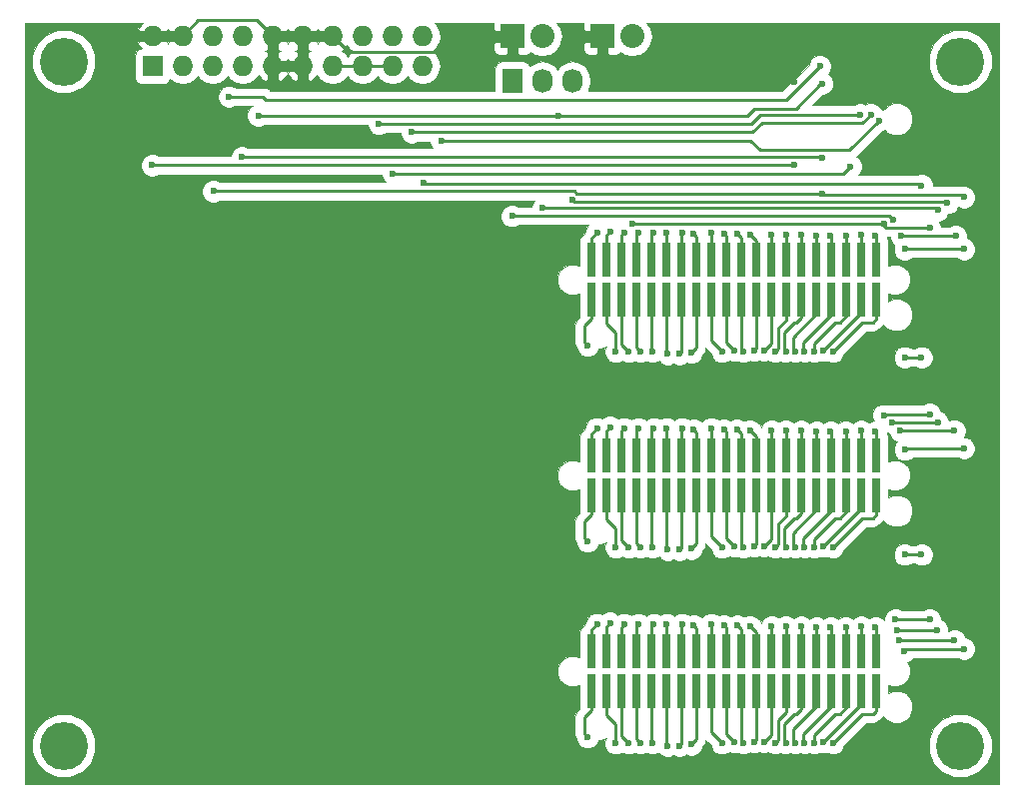
<source format=gbr>
G04 #@! TF.FileFunction,Copper,L2,Bot,Signal*
%FSLAX46Y46*%
G04 Gerber Fmt 4.6, Leading zero omitted, Abs format (unit mm)*
G04 Created by KiCad (PCBNEW 4.0.1-stable) date 2016-12-19 1:01:29 AM*
%MOMM*%
G01*
G04 APERTURE LIST*
%ADD10C,0.100000*%
%ADD11C,4.064000*%
%ADD12R,0.740000X2.920000*%
%ADD13R,2.032000X2.032000*%
%ADD14O,2.032000X2.032000*%
%ADD15R,1.727200X1.727200*%
%ADD16O,1.727200X1.727200*%
%ADD17R,1.727200X2.032000*%
%ADD18O,1.727200X2.032000*%
%ADD19C,0.600000*%
%ADD20C,0.250000*%
G04 APERTURE END LIST*
D10*
D11*
X104000000Y-83000000D03*
X28000000Y-83000000D03*
X104000000Y-25000000D03*
D12*
X84165000Y-74985000D03*
X85435000Y-74985000D03*
X96865000Y-74985000D03*
X95595000Y-78415000D03*
X96865000Y-78415000D03*
X95595000Y-74985000D03*
X91785000Y-74985000D03*
X90515000Y-74985000D03*
X93055000Y-74985000D03*
X94325000Y-74985000D03*
X94325000Y-78415000D03*
X93055000Y-78415000D03*
X90515000Y-78415000D03*
X91785000Y-78415000D03*
X77815000Y-74985000D03*
X76545000Y-74985000D03*
X74005000Y-74985000D03*
X75275000Y-74985000D03*
X75275000Y-78415000D03*
X74005000Y-78415000D03*
X76545000Y-78415000D03*
X77815000Y-78415000D03*
X72735000Y-78415000D03*
X72735000Y-74985000D03*
X79085000Y-74985000D03*
X79085000Y-78415000D03*
X86705000Y-78415000D03*
X85435000Y-78415000D03*
X87975000Y-78415000D03*
X89245000Y-78415000D03*
X84165000Y-78415000D03*
X82895000Y-78415000D03*
X80355000Y-78415000D03*
X81625000Y-78415000D03*
X81625000Y-74985000D03*
X80355000Y-74985000D03*
X82895000Y-74985000D03*
X89245000Y-74985000D03*
X87975000Y-74985000D03*
X86705000Y-74985000D03*
X84165000Y-58385000D03*
X85435000Y-58385000D03*
X96865000Y-58385000D03*
X95595000Y-61815000D03*
X96865000Y-61815000D03*
X95595000Y-58385000D03*
X91785000Y-58385000D03*
X90515000Y-58385000D03*
X93055000Y-58385000D03*
X94325000Y-58385000D03*
X94325000Y-61815000D03*
X93055000Y-61815000D03*
X90515000Y-61815000D03*
X91785000Y-61815000D03*
X77815000Y-58385000D03*
X76545000Y-58385000D03*
X74005000Y-58385000D03*
X75275000Y-58385000D03*
X75275000Y-61815000D03*
X74005000Y-61815000D03*
X76545000Y-61815000D03*
X77815000Y-61815000D03*
X72735000Y-61815000D03*
X72735000Y-58385000D03*
X79085000Y-58385000D03*
X79085000Y-61815000D03*
X86705000Y-61815000D03*
X85435000Y-61815000D03*
X87975000Y-61815000D03*
X89245000Y-61815000D03*
X84165000Y-61815000D03*
X82895000Y-61815000D03*
X80355000Y-61815000D03*
X81625000Y-61815000D03*
X81625000Y-58385000D03*
X80355000Y-58385000D03*
X82895000Y-58385000D03*
X89245000Y-58385000D03*
X87975000Y-58385000D03*
X86705000Y-58385000D03*
X84165000Y-41785000D03*
X85435000Y-41785000D03*
X96865000Y-41785000D03*
X95595000Y-45215000D03*
X96865000Y-45215000D03*
X95595000Y-41785000D03*
X91785000Y-41785000D03*
X90515000Y-41785000D03*
X93055000Y-41785000D03*
X94325000Y-41785000D03*
X94325000Y-45215000D03*
X93055000Y-45215000D03*
X90515000Y-45215000D03*
X91785000Y-45215000D03*
X77815000Y-41785000D03*
X76545000Y-41785000D03*
X74005000Y-41785000D03*
X75275000Y-41785000D03*
X75275000Y-45215000D03*
X74005000Y-45215000D03*
X76545000Y-45215000D03*
X77815000Y-45215000D03*
X72735000Y-45215000D03*
X72735000Y-41785000D03*
X79085000Y-41785000D03*
X79085000Y-45215000D03*
X86705000Y-45215000D03*
X85435000Y-45215000D03*
X87975000Y-45215000D03*
X89245000Y-45215000D03*
X84165000Y-45215000D03*
X82895000Y-45215000D03*
X80355000Y-45215000D03*
X81625000Y-45215000D03*
X81625000Y-41785000D03*
X80355000Y-41785000D03*
X82895000Y-41785000D03*
X89245000Y-41785000D03*
X87975000Y-41785000D03*
X86705000Y-41785000D03*
D13*
X73660000Y-22860000D03*
D14*
X76200000Y-22860000D03*
D13*
X66040000Y-22860000D03*
D14*
X68580000Y-22860000D03*
D15*
X35560000Y-25400000D03*
D16*
X35560000Y-22860000D03*
X38100000Y-25400000D03*
X38100000Y-22860000D03*
X40640000Y-25400000D03*
X40640000Y-22860000D03*
X43180000Y-25400000D03*
X43180000Y-22860000D03*
X45720000Y-25400000D03*
X45720000Y-22860000D03*
X48260000Y-25400000D03*
X48260000Y-22860000D03*
X50800000Y-25400000D03*
X50800000Y-22860000D03*
X53340000Y-25400000D03*
X53340000Y-22860000D03*
X55880000Y-25400000D03*
X55880000Y-22860000D03*
X58420000Y-25400000D03*
X58420000Y-22860000D03*
D11*
X28000000Y-25000000D03*
D17*
X66040000Y-26670000D03*
D18*
X68580000Y-26670000D03*
X71120000Y-26670000D03*
D19*
X96400000Y-29500000D03*
X57500000Y-31000000D03*
X60000000Y-31700000D03*
X97100000Y-30000000D03*
X92100000Y-25400000D03*
X42000000Y-28000000D03*
X98800000Y-74100000D03*
X103500000Y-74100000D03*
X103600000Y-39800000D03*
X99000000Y-39800000D03*
X103500000Y-56300000D03*
X98900000Y-56300000D03*
X96300000Y-82700000D03*
X96300000Y-66100000D03*
X96300000Y-49400000D03*
X89900000Y-26700000D03*
X95500000Y-29500000D03*
X54700000Y-30300000D03*
X55900000Y-34500000D03*
X94700000Y-33900000D03*
X89900000Y-33800000D03*
X35500000Y-33800000D03*
X40700000Y-36000000D03*
X104300000Y-74800000D03*
X99200000Y-75000000D03*
X99300000Y-57900000D03*
X104300000Y-57800000D03*
X104300000Y-36500000D03*
X92300000Y-36200000D03*
X104300000Y-40900000D03*
X99300000Y-40900000D03*
X43100000Y-33100000D03*
X92300000Y-33200000D03*
X91600000Y-49600000D03*
X92400000Y-49500000D03*
X99300000Y-66800000D03*
X100700000Y-66800000D03*
X100700000Y-50100000D03*
X99300000Y-50100000D03*
X100700000Y-35500000D03*
X58500000Y-35300000D03*
X93200000Y-49600000D03*
X84800000Y-49500000D03*
X85600000Y-49600000D03*
X87400000Y-49500000D03*
X86500000Y-49500000D03*
X90000000Y-49600000D03*
X90800000Y-49600000D03*
X89200000Y-49600000D03*
X88300000Y-49600000D03*
X79200000Y-49800000D03*
X80200000Y-49800000D03*
X83800000Y-49600000D03*
X81200000Y-49700000D03*
X76900000Y-49600000D03*
X77900000Y-49600000D03*
X75900000Y-49600000D03*
X97500000Y-38800000D03*
X76200000Y-38800000D03*
X101400000Y-39100000D03*
X101400000Y-72300000D03*
X98500000Y-72300000D03*
X101400000Y-54900000D03*
X97500000Y-55000000D03*
X93000000Y-39800000D03*
X94300000Y-39800000D03*
X96800000Y-39800000D03*
X95600000Y-39700000D03*
X82900000Y-39500000D03*
X84000000Y-39600000D03*
X86200000Y-39700000D03*
X85100000Y-39600000D03*
X75500000Y-39500000D03*
X76700000Y-39500000D03*
X74300000Y-39400000D03*
X73200000Y-39500000D03*
X78000000Y-39500000D03*
X79100000Y-39500000D03*
X81400000Y-39600000D03*
X80400000Y-39500000D03*
X72400000Y-49100000D03*
X74800000Y-49600000D03*
X88000000Y-39700000D03*
X89200000Y-39700000D03*
X91800000Y-39800000D03*
X90500000Y-39700000D03*
X89200000Y-66200000D03*
X90000000Y-66200000D03*
X91600000Y-66200000D03*
X90800000Y-66200000D03*
X93200000Y-66200000D03*
X92400000Y-66100000D03*
X90500000Y-56300000D03*
X91800000Y-56400000D03*
X94300000Y-56400000D03*
X93000000Y-56400000D03*
X96800000Y-56400000D03*
X95600000Y-56300000D03*
X85100000Y-56200000D03*
X86200000Y-56300000D03*
X89200000Y-56300000D03*
X88000000Y-56300000D03*
X85600000Y-66200000D03*
X86500000Y-66100000D03*
X88300000Y-66200000D03*
X87400000Y-66100000D03*
X83800000Y-66200000D03*
X84800000Y-66100000D03*
X75900000Y-66200000D03*
X76900000Y-66200000D03*
X74800000Y-66200000D03*
X77900000Y-66200000D03*
X79200000Y-66400000D03*
X81200000Y-66300000D03*
X80200000Y-66400000D03*
X82900000Y-56100000D03*
X84000000Y-56200000D03*
X75500000Y-56100000D03*
X76700000Y-56100000D03*
X74300000Y-56000000D03*
X73200000Y-56100000D03*
X78000000Y-56100000D03*
X79100000Y-56100000D03*
X81400000Y-56200000D03*
X80400000Y-56100000D03*
X72400000Y-65700000D03*
X89200000Y-82800000D03*
X90000000Y-82800000D03*
X91600000Y-82800000D03*
X90800000Y-82800000D03*
X93200000Y-82800000D03*
X92400000Y-82700000D03*
X90500000Y-72900000D03*
X91800000Y-73000000D03*
X94300000Y-73000000D03*
X93000000Y-73000000D03*
X96800000Y-73000000D03*
X95600000Y-72900000D03*
X85100000Y-72800000D03*
X86200000Y-72900000D03*
X89200000Y-72900000D03*
X88000000Y-72900000D03*
X85600000Y-82800000D03*
X86500000Y-82700000D03*
X88300000Y-82800000D03*
X87400000Y-82700000D03*
X83800000Y-82800000D03*
X84800000Y-82700000D03*
X75900000Y-82800000D03*
X76900000Y-82800000D03*
X74800000Y-82800000D03*
X77900000Y-82800000D03*
X79200000Y-83000000D03*
X81200000Y-82900000D03*
X80200000Y-83000000D03*
X82900000Y-72700000D03*
X84000000Y-72800000D03*
X75500000Y-72700000D03*
X76700000Y-72700000D03*
X74300000Y-72600000D03*
X73200000Y-72700000D03*
X78000000Y-72700000D03*
X79100000Y-72700000D03*
X81400000Y-72800000D03*
X80400000Y-72700000D03*
X72400000Y-82300000D03*
X44500000Y-29600000D03*
X92300000Y-26900000D03*
X69900000Y-29600000D03*
X66000000Y-38100000D03*
X98300000Y-38400000D03*
X98200000Y-55600000D03*
X68600000Y-37400000D03*
X102100000Y-37600000D03*
X102100000Y-55600000D03*
X71100000Y-36700000D03*
X102900000Y-37000000D03*
X102000000Y-73200000D03*
X98600000Y-73200000D03*
D20*
X95700000Y-30200000D02*
X87200000Y-30200000D01*
X96400000Y-29500000D02*
X95700000Y-30200000D01*
X86400000Y-31000000D02*
X57500000Y-31000000D01*
X87200000Y-30200000D02*
X86400000Y-31000000D01*
X97100000Y-30000000D02*
X94600000Y-32500000D01*
X94600000Y-32500000D02*
X87000000Y-32500000D01*
X87000000Y-32500000D02*
X86200000Y-31700000D01*
X86200000Y-31700000D02*
X60000000Y-31700000D01*
X44900000Y-28000000D02*
X42000000Y-28000000D01*
X92100000Y-25400000D02*
X89250002Y-28249998D01*
X89250002Y-28249998D02*
X45149998Y-28249998D01*
X45149998Y-28249998D02*
X44900000Y-28000000D01*
X98800000Y-74100000D02*
X103500000Y-74100000D01*
X99000000Y-39800000D02*
X103600000Y-39800000D01*
X98900000Y-56300000D02*
X103500000Y-56300000D01*
X73660000Y-22860000D02*
X73660000Y-24600000D01*
X73660000Y-24600000D02*
X73500000Y-24600000D01*
X66040000Y-22860000D02*
X66040000Y-24600000D01*
X66000000Y-24500000D02*
X66000000Y-24600000D01*
X66000000Y-24560000D02*
X66000000Y-24500000D01*
X66040000Y-24600000D02*
X66000000Y-24560000D01*
X52140000Y-24200000D02*
X50800000Y-22860000D01*
X60000000Y-24200000D02*
X52140000Y-24200000D01*
X60400000Y-24600000D02*
X60000000Y-24200000D01*
X87800000Y-24600000D02*
X73500000Y-24600000D01*
X73500000Y-24600000D02*
X66000000Y-24600000D01*
X66000000Y-24600000D02*
X60400000Y-24600000D01*
X89900000Y-26700000D02*
X87800000Y-24600000D01*
X38100000Y-22860000D02*
X38100000Y-22800000D01*
X38100000Y-22800000D02*
X39400000Y-21500000D01*
X44360000Y-21500000D02*
X45720000Y-22860000D01*
X39400000Y-21500000D02*
X44360000Y-21500000D01*
X35560000Y-22860000D02*
X38100000Y-22860000D01*
X45720000Y-25400000D02*
X45720000Y-22860000D01*
X45720000Y-25400000D02*
X48260000Y-25400000D01*
X48260000Y-22860000D02*
X46640000Y-22860000D01*
X46640000Y-22860000D02*
X45720000Y-22860000D01*
X95500000Y-29500000D02*
X87049998Y-29500000D01*
X86249998Y-30300000D02*
X54700000Y-30300000D01*
X87049998Y-29500000D02*
X86249998Y-30300000D01*
X53340000Y-25400000D02*
X50800000Y-25400000D01*
X55880000Y-25400000D02*
X53340000Y-25400000D01*
X94100000Y-34500000D02*
X55900000Y-34500000D01*
X94700000Y-33900000D02*
X94100000Y-34500000D01*
X35500000Y-33800000D02*
X89900000Y-33800000D01*
X92300000Y-36200000D02*
X71500000Y-36200000D01*
X71300000Y-36000000D02*
X40700000Y-36000000D01*
X71500000Y-36200000D02*
X71300000Y-36000000D01*
X99400000Y-74800000D02*
X104300000Y-74800000D01*
X99200000Y-75000000D02*
X99400000Y-74800000D01*
X99300000Y-57900000D02*
X99400000Y-57800000D01*
X99400000Y-57800000D02*
X104300000Y-57800000D01*
X104300000Y-36500000D02*
X104100000Y-36300000D01*
X104100000Y-36300000D02*
X92400000Y-36300000D01*
X92400000Y-36300000D02*
X92300000Y-36200000D01*
X99300000Y-40900000D02*
X104300000Y-40900000D01*
X92200000Y-33100000D02*
X43100000Y-33100000D01*
X92300000Y-33200000D02*
X92200000Y-33100000D01*
X93800000Y-47100000D02*
X94325000Y-46575000D01*
X93400000Y-47100000D02*
X93800000Y-47100000D01*
X91600000Y-48900000D02*
X93400000Y-47100000D01*
X91600000Y-49600000D02*
X91600000Y-48900000D01*
X94325000Y-46575000D02*
X94325000Y-45215000D01*
X92400000Y-49500000D02*
X95595000Y-46305000D01*
X95595000Y-46305000D02*
X95595000Y-45215000D01*
X99300000Y-66800000D02*
X100700000Y-66800000D01*
X99300000Y-50100000D02*
X100700000Y-50100000D01*
X58600000Y-35400000D02*
X58500000Y-35300000D01*
X100600000Y-35400000D02*
X58600000Y-35400000D01*
X100600000Y-35400000D02*
X100700000Y-35500000D01*
X96865000Y-46835000D02*
X96865000Y-45215000D01*
X96600000Y-47100000D02*
X96865000Y-46835000D01*
X95700000Y-47100000D02*
X96600000Y-47100000D01*
X93200000Y-49600000D02*
X95700000Y-47100000D01*
X84165000Y-48865000D02*
X84165000Y-45215000D01*
X84800000Y-49500000D02*
X84165000Y-48865000D01*
X85435000Y-49435000D02*
X85435000Y-45215000D01*
X85600000Y-49600000D02*
X85435000Y-49435000D01*
X87975000Y-45215000D02*
X87975000Y-48925000D01*
X87975000Y-48925000D02*
X87400000Y-49500000D01*
X86705000Y-49295000D02*
X86705000Y-45215000D01*
X86500000Y-49500000D02*
X86705000Y-49295000D01*
X89800000Y-48400000D02*
X91785000Y-46415000D01*
X89800000Y-49400000D02*
X89800000Y-48400000D01*
X90000000Y-49600000D02*
X89800000Y-49400000D01*
X91785000Y-46415000D02*
X91785000Y-45215000D01*
X90800000Y-49600000D02*
X90700000Y-49500000D01*
X90700000Y-49500000D02*
X90700000Y-48800000D01*
X90700000Y-48800000D02*
X93055000Y-46445000D01*
X93055000Y-46445000D02*
X93055000Y-45215000D01*
X90515000Y-46685000D02*
X90515000Y-45215000D01*
X90100000Y-47100000D02*
X90515000Y-46685000D01*
X89900000Y-47100000D02*
X90100000Y-47100000D01*
X89050002Y-47949998D02*
X89900000Y-47100000D01*
X89050002Y-49450002D02*
X89050002Y-47949998D01*
X89200000Y-49600000D02*
X89050002Y-49450002D01*
X89245000Y-46955000D02*
X89245000Y-45215000D01*
X88600000Y-47600000D02*
X89245000Y-46955000D01*
X88600000Y-49300000D02*
X88600000Y-47600000D01*
X88300000Y-49600000D02*
X88600000Y-49300000D01*
X79085000Y-45215000D02*
X79085000Y-49685000D01*
X79085000Y-49685000D02*
X79200000Y-49800000D01*
X80355000Y-49645000D02*
X80200000Y-49800000D01*
X80355000Y-49645000D02*
X80355000Y-45215000D01*
X82895000Y-48695000D02*
X82895000Y-45215000D01*
X83800000Y-49600000D02*
X82895000Y-48695000D01*
X81625000Y-49275000D02*
X81625000Y-45215000D01*
X81200000Y-49700000D02*
X81625000Y-49275000D01*
X76545000Y-45215000D02*
X76545000Y-49245000D01*
X76545000Y-49245000D02*
X76900000Y-49600000D01*
X77815000Y-45215000D02*
X77815000Y-49515000D01*
X77815000Y-49515000D02*
X77900000Y-49600000D01*
X75275000Y-45215000D02*
X75275000Y-48975000D01*
X75275000Y-48975000D02*
X75900000Y-49600000D01*
X97500000Y-38800000D02*
X97400000Y-38800000D01*
X98400000Y-39100000D02*
X97700000Y-39100000D01*
X97400000Y-38800000D02*
X76200000Y-38800000D01*
X97700000Y-39100000D02*
X97400000Y-38800000D01*
X98400000Y-39100000D02*
X101400000Y-39100000D01*
X98500000Y-72300000D02*
X101400000Y-72300000D01*
X97600000Y-54900000D02*
X101400000Y-54900000D01*
X97500000Y-55000000D02*
X97600000Y-54900000D01*
X93055000Y-41785000D02*
X93055000Y-39855000D01*
X93055000Y-39855000D02*
X93000000Y-39800000D01*
X94325000Y-41785000D02*
X94325000Y-39825000D01*
X94325000Y-39825000D02*
X94300000Y-39800000D01*
X96865000Y-41785000D02*
X96865000Y-39865000D01*
X96865000Y-39865000D02*
X96800000Y-39800000D01*
X95595000Y-41785000D02*
X95595000Y-39705000D01*
X95595000Y-39705000D02*
X95600000Y-39700000D01*
X82895000Y-41785000D02*
X82895000Y-39505000D01*
X82895000Y-39505000D02*
X82900000Y-39500000D01*
X84165000Y-41785000D02*
X84165000Y-39765000D01*
X84165000Y-39765000D02*
X84000000Y-39600000D01*
X86705000Y-41785000D02*
X86705000Y-40205000D01*
X86705000Y-40205000D02*
X86200000Y-39700000D01*
X85435000Y-41785000D02*
X85435000Y-39935000D01*
X85435000Y-39935000D02*
X85100000Y-39600000D01*
X75275000Y-41785000D02*
X75275000Y-39725000D01*
X75275000Y-39725000D02*
X75500000Y-39500000D01*
X76545000Y-41785000D02*
X76545000Y-39655000D01*
X76545000Y-39655000D02*
X76700000Y-39500000D01*
X74005000Y-41785000D02*
X74005000Y-39695000D01*
X74005000Y-39695000D02*
X74300000Y-39400000D01*
X72735000Y-41785000D02*
X72735000Y-39965000D01*
X72735000Y-39965000D02*
X73200000Y-39500000D01*
X77815000Y-41785000D02*
X77815000Y-39685000D01*
X77815000Y-39685000D02*
X78000000Y-39500000D01*
X79085000Y-41785000D02*
X79085000Y-39515000D01*
X79085000Y-39515000D02*
X79100000Y-39500000D01*
X81625000Y-41785000D02*
X81625000Y-39825000D01*
X81625000Y-39825000D02*
X81400000Y-39600000D01*
X80355000Y-41785000D02*
X80355000Y-39545000D01*
X80355000Y-39545000D02*
X80400000Y-39500000D01*
X72735000Y-45215000D02*
X72735000Y-46765000D01*
X72100000Y-48800000D02*
X72400000Y-49100000D01*
X72100000Y-47400000D02*
X72100000Y-48800000D01*
X72735000Y-46765000D02*
X72100000Y-47400000D01*
X74005000Y-45215000D02*
X74005000Y-47205000D01*
X74800000Y-48000000D02*
X74800000Y-49600000D01*
X74005000Y-47205000D02*
X74800000Y-48000000D01*
X87975000Y-41785000D02*
X87975000Y-39725000D01*
X87975000Y-39725000D02*
X88000000Y-39700000D01*
X89245000Y-41785000D02*
X89245000Y-39745000D01*
X89245000Y-39745000D02*
X89200000Y-39700000D01*
X91785000Y-41785000D02*
X91785000Y-39815000D01*
X91785000Y-39815000D02*
X91800000Y-39800000D01*
X90515000Y-41785000D02*
X90515000Y-39715000D01*
X90515000Y-39715000D02*
X90500000Y-39700000D01*
X90515000Y-63285000D02*
X90515000Y-61815000D01*
X89200000Y-66200000D02*
X89050002Y-66050002D01*
X89050002Y-66050002D02*
X89050002Y-64549998D01*
X89050002Y-64549998D02*
X89900000Y-63700000D01*
X89900000Y-63700000D02*
X90100000Y-63700000D01*
X90100000Y-63700000D02*
X90515000Y-63285000D01*
X91785000Y-63015000D02*
X91785000Y-61815000D01*
X89800000Y-65000000D02*
X91785000Y-63015000D01*
X90000000Y-66200000D02*
X89800000Y-66000000D01*
X89800000Y-66000000D02*
X89800000Y-65000000D01*
X94325000Y-63175000D02*
X94325000Y-61815000D01*
X93800000Y-63700000D02*
X94325000Y-63175000D01*
X91600000Y-66200000D02*
X91600000Y-65500000D01*
X91600000Y-65500000D02*
X93400000Y-63700000D01*
X93400000Y-63700000D02*
X93800000Y-63700000D01*
X93055000Y-63045000D02*
X93055000Y-61815000D01*
X90700000Y-65400000D02*
X93055000Y-63045000D01*
X90700000Y-66100000D02*
X90700000Y-65400000D01*
X90800000Y-66200000D02*
X90700000Y-66100000D01*
X96865000Y-63435000D02*
X96865000Y-61815000D01*
X93200000Y-66200000D02*
X95700000Y-63700000D01*
X95700000Y-63700000D02*
X96600000Y-63700000D01*
X96600000Y-63700000D02*
X96865000Y-63435000D01*
X95595000Y-62905000D02*
X95595000Y-61815000D01*
X92400000Y-66100000D02*
X95595000Y-62905000D01*
X90515000Y-56315000D02*
X90500000Y-56300000D01*
X90515000Y-58385000D02*
X90515000Y-56315000D01*
X91785000Y-56415000D02*
X91800000Y-56400000D01*
X91785000Y-58385000D02*
X91785000Y-56415000D01*
X94325000Y-56425000D02*
X94300000Y-56400000D01*
X94325000Y-58385000D02*
X94325000Y-56425000D01*
X93055000Y-56455000D02*
X93000000Y-56400000D01*
X93055000Y-58385000D02*
X93055000Y-56455000D01*
X96865000Y-56465000D02*
X96800000Y-56400000D01*
X96865000Y-58385000D02*
X96865000Y-56465000D01*
X95595000Y-56305000D02*
X95600000Y-56300000D01*
X95595000Y-58385000D02*
X95595000Y-56305000D01*
X85435000Y-56535000D02*
X85100000Y-56200000D01*
X85435000Y-58385000D02*
X85435000Y-56535000D01*
X86705000Y-56805000D02*
X86200000Y-56300000D01*
X86705000Y-58385000D02*
X86705000Y-56805000D01*
X89245000Y-56345000D02*
X89200000Y-56300000D01*
X89245000Y-58385000D02*
X89245000Y-56345000D01*
X87975000Y-56325000D02*
X88000000Y-56300000D01*
X87975000Y-58385000D02*
X87975000Y-56325000D01*
X85600000Y-66200000D02*
X85435000Y-66035000D01*
X85435000Y-66035000D02*
X85435000Y-61815000D01*
X86500000Y-66100000D02*
X86705000Y-65895000D01*
X86705000Y-65895000D02*
X86705000Y-61815000D01*
X88300000Y-66200000D02*
X88600000Y-65900000D01*
X88600000Y-65900000D02*
X88600000Y-64200000D01*
X88600000Y-64200000D02*
X89245000Y-63555000D01*
X89245000Y-63555000D02*
X89245000Y-61815000D01*
X87975000Y-65525000D02*
X87400000Y-66100000D01*
X87975000Y-61815000D02*
X87975000Y-65525000D01*
X82895000Y-65295000D02*
X82895000Y-61815000D01*
X83800000Y-66200000D02*
X82895000Y-65295000D01*
X84165000Y-65465000D02*
X84165000Y-61815000D01*
X84800000Y-66100000D02*
X84165000Y-65465000D01*
X75275000Y-65575000D02*
X75900000Y-66200000D01*
X75275000Y-61815000D02*
X75275000Y-65575000D01*
X76545000Y-65845000D02*
X76900000Y-66200000D01*
X76545000Y-61815000D02*
X76545000Y-65845000D01*
X74005000Y-63805000D02*
X74800000Y-64600000D01*
X74800000Y-64600000D02*
X74800000Y-66200000D01*
X74005000Y-61815000D02*
X74005000Y-63805000D01*
X77815000Y-66115000D02*
X77900000Y-66200000D01*
X77815000Y-61815000D02*
X77815000Y-66115000D01*
X79085000Y-66285000D02*
X79200000Y-66400000D01*
X79085000Y-61815000D02*
X79085000Y-66285000D01*
X81625000Y-65875000D02*
X81625000Y-61815000D01*
X81200000Y-66300000D02*
X81625000Y-65875000D01*
X80355000Y-66245000D02*
X80355000Y-61815000D01*
X80355000Y-66245000D02*
X80200000Y-66400000D01*
X82895000Y-56105000D02*
X82900000Y-56100000D01*
X82895000Y-58385000D02*
X82895000Y-56105000D01*
X84165000Y-56365000D02*
X84000000Y-56200000D01*
X84165000Y-58385000D02*
X84165000Y-56365000D01*
X75275000Y-56325000D02*
X75500000Y-56100000D01*
X75275000Y-58385000D02*
X75275000Y-56325000D01*
X76545000Y-56255000D02*
X76700000Y-56100000D01*
X76545000Y-58385000D02*
X76545000Y-56255000D01*
X74005000Y-58385000D02*
X74005000Y-56295000D01*
X74005000Y-56295000D02*
X74300000Y-56000000D01*
X72735000Y-56565000D02*
X73200000Y-56100000D01*
X72735000Y-58385000D02*
X72735000Y-56565000D01*
X77815000Y-56285000D02*
X78000000Y-56100000D01*
X77815000Y-58385000D02*
X77815000Y-56285000D01*
X79085000Y-56115000D02*
X79100000Y-56100000D01*
X79085000Y-58385000D02*
X79085000Y-56115000D01*
X81625000Y-56425000D02*
X81400000Y-56200000D01*
X81625000Y-58385000D02*
X81625000Y-56425000D01*
X80355000Y-56145000D02*
X80400000Y-56100000D01*
X80355000Y-58385000D02*
X80355000Y-56145000D01*
X72735000Y-63365000D02*
X72100000Y-64000000D01*
X72100000Y-64000000D02*
X72100000Y-65400000D01*
X72100000Y-65400000D02*
X72400000Y-65700000D01*
X72735000Y-61815000D02*
X72735000Y-63365000D01*
X90515000Y-79885000D02*
X90515000Y-78415000D01*
X90100000Y-80300000D02*
X90515000Y-79885000D01*
X89900000Y-80300000D02*
X90100000Y-80300000D01*
X89050002Y-81149998D02*
X89900000Y-80300000D01*
X89050002Y-82650002D02*
X89050002Y-81149998D01*
X89200000Y-82800000D02*
X89050002Y-82650002D01*
X89800000Y-81600000D02*
X91785000Y-79615000D01*
X89800000Y-82600000D02*
X89800000Y-81600000D01*
X90000000Y-82800000D02*
X89800000Y-82600000D01*
X91785000Y-79615000D02*
X91785000Y-78415000D01*
X93800000Y-80300000D02*
X94325000Y-79775000D01*
X93400000Y-80300000D02*
X93800000Y-80300000D01*
X91600000Y-82100000D02*
X93400000Y-80300000D01*
X91600000Y-82800000D02*
X91600000Y-82100000D01*
X94325000Y-79775000D02*
X94325000Y-78415000D01*
X90800000Y-82800000D02*
X90700000Y-82700000D01*
X90700000Y-82700000D02*
X90700000Y-82000000D01*
X90700000Y-82000000D02*
X93055000Y-79645000D01*
X93055000Y-79645000D02*
X93055000Y-78415000D01*
X96865000Y-80035000D02*
X96865000Y-78415000D01*
X96600000Y-80300000D02*
X96865000Y-80035000D01*
X95700000Y-80300000D02*
X96600000Y-80300000D01*
X93200000Y-82800000D02*
X95700000Y-80300000D01*
X92400000Y-82700000D02*
X95595000Y-79505000D01*
X95595000Y-79505000D02*
X95595000Y-78415000D01*
X90515000Y-74985000D02*
X90515000Y-72915000D01*
X90515000Y-72915000D02*
X90500000Y-72900000D01*
X91785000Y-74985000D02*
X91785000Y-73015000D01*
X91785000Y-73015000D02*
X91800000Y-73000000D01*
X94325000Y-74985000D02*
X94325000Y-73025000D01*
X94325000Y-73025000D02*
X94300000Y-73000000D01*
X93055000Y-74985000D02*
X93055000Y-73055000D01*
X93055000Y-73055000D02*
X93000000Y-73000000D01*
X96865000Y-74985000D02*
X96865000Y-73065000D01*
X96865000Y-73065000D02*
X96800000Y-73000000D01*
X95595000Y-74985000D02*
X95595000Y-72905000D01*
X95595000Y-72905000D02*
X95600000Y-72900000D01*
X85435000Y-74985000D02*
X85435000Y-73135000D01*
X85435000Y-73135000D02*
X85100000Y-72800000D01*
X86705000Y-74985000D02*
X86705000Y-73405000D01*
X86705000Y-73405000D02*
X86200000Y-72900000D01*
X89245000Y-74985000D02*
X89245000Y-72945000D01*
X89245000Y-72945000D02*
X89200000Y-72900000D01*
X87975000Y-74985000D02*
X87975000Y-72925000D01*
X87975000Y-72925000D02*
X88000000Y-72900000D01*
X85435000Y-82635000D02*
X85435000Y-78415000D01*
X85600000Y-82800000D02*
X85435000Y-82635000D01*
X86705000Y-82495000D02*
X86705000Y-78415000D01*
X86500000Y-82700000D02*
X86705000Y-82495000D01*
X89245000Y-80155000D02*
X89245000Y-78415000D01*
X88600000Y-80800000D02*
X89245000Y-80155000D01*
X88600000Y-82500000D02*
X88600000Y-80800000D01*
X88300000Y-82800000D02*
X88600000Y-82500000D01*
X87975000Y-78415000D02*
X87975000Y-82125000D01*
X87975000Y-82125000D02*
X87400000Y-82700000D01*
X82895000Y-81895000D02*
X82895000Y-78415000D01*
X83800000Y-82800000D02*
X82895000Y-81895000D01*
X84165000Y-82065000D02*
X84165000Y-78415000D01*
X84800000Y-82700000D02*
X84165000Y-82065000D01*
X75275000Y-78415000D02*
X75275000Y-82175000D01*
X75275000Y-82175000D02*
X75900000Y-82800000D01*
X76545000Y-78415000D02*
X76545000Y-82445000D01*
X76545000Y-82445000D02*
X76900000Y-82800000D01*
X74005000Y-78415000D02*
X74005000Y-80405000D01*
X74800000Y-81200000D02*
X74800000Y-82800000D01*
X74005000Y-80405000D02*
X74800000Y-81200000D01*
X77815000Y-78415000D02*
X77815000Y-82715000D01*
X77815000Y-82715000D02*
X77900000Y-82800000D01*
X79085000Y-78415000D02*
X79085000Y-82885000D01*
X79085000Y-82885000D02*
X79200000Y-83000000D01*
X81625000Y-82475000D02*
X81625000Y-78415000D01*
X81200000Y-82900000D02*
X81625000Y-82475000D01*
X80355000Y-82845000D02*
X80200000Y-83000000D01*
X80355000Y-82845000D02*
X80355000Y-78415000D01*
X82895000Y-74985000D02*
X82895000Y-72705000D01*
X82895000Y-72705000D02*
X82900000Y-72700000D01*
X84165000Y-74985000D02*
X84165000Y-72965000D01*
X84165000Y-72965000D02*
X84000000Y-72800000D01*
X75275000Y-74985000D02*
X75275000Y-72925000D01*
X75275000Y-72925000D02*
X75500000Y-72700000D01*
X76545000Y-74985000D02*
X76545000Y-72855000D01*
X76545000Y-72855000D02*
X76700000Y-72700000D01*
X74005000Y-72895000D02*
X74300000Y-72600000D01*
X74005000Y-72895000D02*
X74005000Y-74985000D01*
X72735000Y-74985000D02*
X72735000Y-73165000D01*
X72735000Y-73165000D02*
X73200000Y-72700000D01*
X77815000Y-74985000D02*
X77815000Y-72885000D01*
X77815000Y-72885000D02*
X78000000Y-72700000D01*
X79085000Y-74985000D02*
X79085000Y-72715000D01*
X79085000Y-72715000D02*
X79100000Y-72700000D01*
X81625000Y-74985000D02*
X81625000Y-73025000D01*
X81625000Y-73025000D02*
X81400000Y-72800000D01*
X80355000Y-74985000D02*
X80355000Y-72745000D01*
X80355000Y-72745000D02*
X80400000Y-72700000D01*
X72735000Y-78415000D02*
X72735000Y-79965000D01*
X72100000Y-82000000D02*
X72400000Y-82300000D01*
X72100000Y-80600000D02*
X72100000Y-82000000D01*
X72735000Y-79965000D02*
X72100000Y-80600000D01*
X69900000Y-29600000D02*
X44500000Y-29600000D01*
X92300000Y-26900000D02*
X92149998Y-26900000D01*
X85900000Y-29600000D02*
X69900000Y-29600000D01*
X86500000Y-29000000D02*
X85900000Y-29600000D01*
X90049998Y-29000000D02*
X86500000Y-29000000D01*
X92149998Y-26900000D02*
X90049998Y-29000000D01*
X98000000Y-38100000D02*
X66000000Y-38100000D01*
X98300000Y-38400000D02*
X98000000Y-38100000D01*
X98200000Y-55600000D02*
X102100000Y-55600000D01*
X101900000Y-37400000D02*
X68600000Y-37400000D01*
X102100000Y-37600000D02*
X101900000Y-37400000D01*
X71300000Y-36900000D02*
X71100000Y-36700000D01*
X102800000Y-36900000D02*
X71300000Y-36900000D01*
X102900000Y-37000000D02*
X102800000Y-36900000D01*
X98600000Y-73200000D02*
X102000000Y-73200000D01*
D10*
G36*
X34630738Y-21784121D02*
X34289753Y-22221630D01*
X34345029Y-22428200D01*
X35128200Y-22428200D01*
X35128200Y-22390000D01*
X35991800Y-22390000D01*
X35991800Y-22428200D01*
X36774971Y-22428200D01*
X36830000Y-22222553D01*
X36885029Y-22428200D01*
X37668200Y-22428200D01*
X37668200Y-22390000D01*
X38531800Y-22390000D01*
X38531800Y-22428200D01*
X38570000Y-22428200D01*
X38570000Y-23291800D01*
X38531800Y-23291800D01*
X38531800Y-23330000D01*
X37668200Y-23330000D01*
X37668200Y-23291800D01*
X36885029Y-23291800D01*
X36830000Y-23497447D01*
X36774971Y-23291800D01*
X35991800Y-23291800D01*
X35991800Y-23330000D01*
X35128200Y-23330000D01*
X35128200Y-23291800D01*
X34345029Y-23291800D01*
X34289753Y-23498370D01*
X34596850Y-23892398D01*
X34455524Y-23918990D01*
X34234295Y-24061347D01*
X34085880Y-24278559D01*
X34033666Y-24536400D01*
X34033666Y-26263600D01*
X34078990Y-26504476D01*
X34221347Y-26725705D01*
X34438559Y-26874120D01*
X34696400Y-26926334D01*
X36423600Y-26926334D01*
X36664476Y-26881010D01*
X36885705Y-26738653D01*
X37034120Y-26521441D01*
X37037433Y-26505082D01*
X37520770Y-26828037D01*
X38100000Y-26943253D01*
X38679230Y-26828037D01*
X39170277Y-26499930D01*
X39370000Y-26201023D01*
X39569723Y-26499930D01*
X40060770Y-26828037D01*
X40640000Y-26943253D01*
X41219230Y-26828037D01*
X41710277Y-26499930D01*
X41910000Y-26201023D01*
X42109723Y-26499930D01*
X42600770Y-26828037D01*
X43180000Y-26943253D01*
X43759230Y-26828037D01*
X44250277Y-26499930D01*
X44508401Y-26113620D01*
X44790738Y-26475879D01*
X45081636Y-26670211D01*
X45288200Y-26607199D01*
X45288200Y-25831800D01*
X46151800Y-25831800D01*
X46151800Y-26607199D01*
X46358364Y-26670211D01*
X46649262Y-26475879D01*
X46990000Y-26038687D01*
X47330738Y-26475879D01*
X47621636Y-26670211D01*
X47828200Y-26607199D01*
X47828200Y-25831800D01*
X47045029Y-25831800D01*
X46990000Y-26037447D01*
X46934971Y-25831800D01*
X46151800Y-25831800D01*
X45288200Y-25831800D01*
X45250000Y-25831800D01*
X45250000Y-24968200D01*
X45288200Y-24968200D01*
X45288200Y-24192801D01*
X45082328Y-24130000D01*
X45288200Y-24067199D01*
X45288200Y-23291800D01*
X46151800Y-23291800D01*
X46151800Y-24067199D01*
X46357672Y-24130000D01*
X46151800Y-24192801D01*
X46151800Y-24968200D01*
X46934971Y-24968200D01*
X46990000Y-24762553D01*
X47045029Y-24968200D01*
X47828200Y-24968200D01*
X47828200Y-24192801D01*
X47622328Y-24130000D01*
X47828200Y-24067199D01*
X47828200Y-23291800D01*
X47045029Y-23291800D01*
X46990000Y-23497447D01*
X46934971Y-23291800D01*
X46151800Y-23291800D01*
X45288200Y-23291800D01*
X45250000Y-23291800D01*
X45250000Y-22428200D01*
X45288200Y-22428200D01*
X45288200Y-22390000D01*
X46151800Y-22390000D01*
X46151800Y-22428200D01*
X46934971Y-22428200D01*
X46990000Y-22222553D01*
X47045029Y-22428200D01*
X47828200Y-22428200D01*
X47828200Y-22390000D01*
X48691800Y-22390000D01*
X48691800Y-22428200D01*
X49474971Y-22428200D01*
X49530000Y-22222553D01*
X49585029Y-22428200D01*
X50368200Y-22428200D01*
X50368200Y-22390000D01*
X51231800Y-22390000D01*
X51231800Y-22428200D01*
X51270000Y-22428200D01*
X51270000Y-23291800D01*
X51231800Y-23291800D01*
X51231800Y-23330000D01*
X50368200Y-23330000D01*
X50368200Y-23291800D01*
X49585029Y-23291800D01*
X49530000Y-23497447D01*
X49474971Y-23291800D01*
X48691800Y-23291800D01*
X48691800Y-24067199D01*
X48897672Y-24130000D01*
X48691800Y-24192801D01*
X48691800Y-24968200D01*
X48730000Y-24968200D01*
X48730000Y-25831800D01*
X48691800Y-25831800D01*
X48691800Y-26607199D01*
X48898364Y-26670211D01*
X49189262Y-26475879D01*
X49471599Y-26113620D01*
X49729723Y-26499930D01*
X50220770Y-26828037D01*
X50800000Y-26943253D01*
X51379230Y-26828037D01*
X51870277Y-26499930D01*
X52070000Y-26201023D01*
X52269723Y-26499930D01*
X52760770Y-26828037D01*
X53340000Y-26943253D01*
X53919230Y-26828037D01*
X54410277Y-26499930D01*
X54610000Y-26201023D01*
X54809723Y-26499930D01*
X55300770Y-26828037D01*
X55880000Y-26943253D01*
X56459230Y-26828037D01*
X56950277Y-26499930D01*
X57150000Y-26201023D01*
X57349723Y-26499930D01*
X57840770Y-26828037D01*
X58420000Y-26943253D01*
X58999230Y-26828037D01*
X59490277Y-26499930D01*
X59818384Y-26008883D01*
X59933600Y-25429653D01*
X59933600Y-25370347D01*
X59818384Y-24791117D01*
X59490277Y-24300070D01*
X59235749Y-24130000D01*
X59490277Y-23959930D01*
X59818384Y-23468883D01*
X59822239Y-23449500D01*
X64466000Y-23449500D01*
X64466000Y-23986993D01*
X64550950Y-24192082D01*
X64707918Y-24349049D01*
X64913007Y-24434000D01*
X65450500Y-24434000D01*
X65590000Y-24294500D01*
X65590000Y-23310000D01*
X64605500Y-23310000D01*
X64466000Y-23449500D01*
X59822239Y-23449500D01*
X59933600Y-22889653D01*
X59933600Y-22830347D01*
X59818384Y-22251117D01*
X59490277Y-21760070D01*
X59437791Y-21725000D01*
X64469317Y-21725000D01*
X64466000Y-21733007D01*
X64466000Y-22270500D01*
X64605500Y-22410000D01*
X65590000Y-22410000D01*
X65590000Y-22390000D01*
X66490000Y-22390000D01*
X66490000Y-22410000D01*
X66510000Y-22410000D01*
X66510000Y-23310000D01*
X66490000Y-23310000D01*
X66490000Y-24294500D01*
X66629500Y-24434000D01*
X67166993Y-24434000D01*
X67372082Y-24349049D01*
X67529050Y-24192082D01*
X67540886Y-24163507D01*
X67942449Y-24431822D01*
X68580000Y-24558639D01*
X69217551Y-24431822D01*
X69758040Y-24070679D01*
X70119183Y-23530190D01*
X70135233Y-23449500D01*
X72086000Y-23449500D01*
X72086000Y-23986993D01*
X72170950Y-24192082D01*
X72327918Y-24349049D01*
X72533007Y-24434000D01*
X73070500Y-24434000D01*
X73210000Y-24294500D01*
X73210000Y-23310000D01*
X72225500Y-23310000D01*
X72086000Y-23449500D01*
X70135233Y-23449500D01*
X70246000Y-22892639D01*
X70246000Y-22827361D01*
X70119183Y-22189810D01*
X69808607Y-21725000D01*
X72089317Y-21725000D01*
X72086000Y-21733007D01*
X72086000Y-22270500D01*
X72225500Y-22410000D01*
X73210000Y-22410000D01*
X73210000Y-22390000D01*
X74110000Y-22390000D01*
X74110000Y-22410000D01*
X74130000Y-22410000D01*
X74130000Y-23310000D01*
X74110000Y-23310000D01*
X74110000Y-24294500D01*
X74249500Y-24434000D01*
X74786993Y-24434000D01*
X74992082Y-24349049D01*
X75149050Y-24192082D01*
X75160886Y-24163507D01*
X75562449Y-24431822D01*
X76200000Y-24558639D01*
X76837551Y-24431822D01*
X77378040Y-24070679D01*
X77739183Y-23530190D01*
X77866000Y-22892639D01*
X77866000Y-22827361D01*
X77739183Y-22189810D01*
X77428607Y-21725000D01*
X107275000Y-21725000D01*
X107275000Y-86275000D01*
X24725000Y-86275000D01*
X24725000Y-83531142D01*
X25317536Y-83531142D01*
X25724986Y-84517246D01*
X26478786Y-85272363D01*
X27464177Y-85681533D01*
X28531142Y-85682464D01*
X29517246Y-85275014D01*
X30272363Y-84521214D01*
X30681533Y-83535823D01*
X30682464Y-82468858D01*
X30275014Y-81482754D01*
X29521214Y-80727637D01*
X28535823Y-80318467D01*
X27468858Y-80317536D01*
X26482754Y-80724986D01*
X25727637Y-81478786D01*
X25318467Y-82464177D01*
X25317536Y-83531142D01*
X24725000Y-83531142D01*
X24725000Y-76954481D01*
X69862277Y-76954481D01*
X70057495Y-77426943D01*
X70418655Y-77788735D01*
X70890776Y-77984777D01*
X71401981Y-77985223D01*
X71702266Y-77861147D01*
X71702266Y-79875000D01*
X71706497Y-79897487D01*
X71551992Y-80051992D01*
X71383993Y-80303420D01*
X71325000Y-80600000D01*
X71325000Y-82000000D01*
X71383993Y-82296580D01*
X71449916Y-82395241D01*
X71449835Y-82488138D01*
X71594159Y-82837429D01*
X71861165Y-83104902D01*
X72210204Y-83249835D01*
X72588138Y-83250165D01*
X72937429Y-83105841D01*
X73204902Y-82838835D01*
X73324791Y-82550110D01*
X73467353Y-82550234D01*
X73959506Y-82346881D01*
X73850165Y-82610204D01*
X73849835Y-82988138D01*
X73994159Y-83337429D01*
X74261165Y-83604902D01*
X74610204Y-83749835D01*
X74988138Y-83750165D01*
X75337429Y-83605841D01*
X75349787Y-83593504D01*
X75361165Y-83604902D01*
X75710204Y-83749835D01*
X76088138Y-83750165D01*
X76400336Y-83621167D01*
X76710204Y-83749835D01*
X77088138Y-83750165D01*
X77400336Y-83621167D01*
X77710204Y-83749835D01*
X78088138Y-83750165D01*
X78437429Y-83605841D01*
X78449962Y-83593330D01*
X78661165Y-83804902D01*
X79010204Y-83949835D01*
X79388138Y-83950165D01*
X79700336Y-83821167D01*
X80010204Y-83949835D01*
X80388138Y-83950165D01*
X80737429Y-83805841D01*
X80786437Y-83756919D01*
X81010204Y-83849835D01*
X81388138Y-83850165D01*
X81737429Y-83705841D01*
X82004902Y-83438835D01*
X82149835Y-83089796D01*
X82149873Y-83046143D01*
X82173008Y-83023008D01*
X82341007Y-82771580D01*
X82396514Y-82492530D01*
X82849872Y-82945888D01*
X82849835Y-82988138D01*
X82994159Y-83337429D01*
X83261165Y-83604902D01*
X83610204Y-83749835D01*
X83988138Y-83750165D01*
X84337429Y-83605841D01*
X84386437Y-83556919D01*
X84610204Y-83649835D01*
X84988138Y-83650165D01*
X85079379Y-83612465D01*
X85410204Y-83749835D01*
X85788138Y-83750165D01*
X86137429Y-83605841D01*
X86157060Y-83586244D01*
X86310204Y-83649835D01*
X86688138Y-83650165D01*
X86950213Y-83541878D01*
X87210204Y-83649835D01*
X87588138Y-83650165D01*
X87742627Y-83586332D01*
X87761165Y-83604902D01*
X88110204Y-83749835D01*
X88488138Y-83750165D01*
X88750213Y-83641878D01*
X89010204Y-83749835D01*
X89388138Y-83750165D01*
X89600090Y-83662588D01*
X89810204Y-83749835D01*
X90188138Y-83750165D01*
X90400090Y-83662588D01*
X90610204Y-83749835D01*
X90988138Y-83750165D01*
X91200090Y-83662588D01*
X91410204Y-83749835D01*
X91788138Y-83750165D01*
X92120801Y-83612712D01*
X92210204Y-83649835D01*
X92588138Y-83650165D01*
X92679379Y-83612465D01*
X93010204Y-83749835D01*
X93388138Y-83750165D01*
X93737429Y-83605841D01*
X93812258Y-83531142D01*
X101317536Y-83531142D01*
X101724986Y-84517246D01*
X102478786Y-85272363D01*
X103464177Y-85681533D01*
X104531142Y-85682464D01*
X105517246Y-85275014D01*
X106272363Y-84521214D01*
X106681533Y-83535823D01*
X106682464Y-82468858D01*
X106275014Y-81482754D01*
X105521214Y-80727637D01*
X104535823Y-80318467D01*
X103468858Y-80317536D01*
X102482754Y-80724986D01*
X101727637Y-81478786D01*
X101318467Y-82464177D01*
X101317536Y-83531142D01*
X93812258Y-83531142D01*
X94004902Y-83338835D01*
X94149835Y-82989796D01*
X94149873Y-82946143D01*
X96021016Y-81075000D01*
X96600000Y-81075000D01*
X96896580Y-81016007D01*
X97148008Y-80848008D01*
X97413005Y-80583010D01*
X97413008Y-80583008D01*
X97473208Y-80492912D01*
X97475876Y-80492410D01*
X97480520Y-80489422D01*
X97834288Y-80843807D01*
X98330290Y-81049765D01*
X98867353Y-81050234D01*
X99363715Y-80845142D01*
X99743807Y-80465712D01*
X99949765Y-79969710D01*
X99950234Y-79432647D01*
X99745142Y-78936285D01*
X99365712Y-78556193D01*
X98869710Y-78350235D01*
X98332647Y-78349766D01*
X97897734Y-78529468D01*
X97897734Y-77861019D01*
X98195776Y-77984777D01*
X98706981Y-77985223D01*
X99179443Y-77790005D01*
X99541235Y-77428845D01*
X99737277Y-76956724D01*
X99737723Y-76445519D01*
X99542505Y-75973057D01*
X99481248Y-75911693D01*
X99737429Y-75805841D01*
X99968674Y-75575000D01*
X103731315Y-75575000D01*
X103761165Y-75604902D01*
X104110204Y-75749835D01*
X104488138Y-75750165D01*
X104837429Y-75605841D01*
X105104902Y-75338835D01*
X105249835Y-74989796D01*
X105250165Y-74611862D01*
X105105841Y-74262571D01*
X104838835Y-73995098D01*
X104489796Y-73850165D01*
X104424649Y-73850108D01*
X104305841Y-73562571D01*
X104038835Y-73295098D01*
X103689796Y-73150165D01*
X103311862Y-73149835D01*
X102962571Y-73294159D01*
X102949907Y-73306800D01*
X102950165Y-73011862D01*
X102805841Y-72662571D01*
X102538835Y-72395098D01*
X102349986Y-72316681D01*
X102350165Y-72111862D01*
X102205841Y-71762571D01*
X101938835Y-71495098D01*
X101589796Y-71350165D01*
X101211862Y-71349835D01*
X100862571Y-71494159D01*
X100831676Y-71525000D01*
X99068685Y-71525000D01*
X99038835Y-71495098D01*
X98689796Y-71350165D01*
X98311862Y-71349835D01*
X97962571Y-71494159D01*
X97695098Y-71761165D01*
X97550165Y-72110204D01*
X97549906Y-72406538D01*
X97338835Y-72195098D01*
X96989796Y-72050165D01*
X96611862Y-72049835D01*
X96262571Y-72194159D01*
X96250125Y-72206583D01*
X96138835Y-72095098D01*
X95789796Y-71950165D01*
X95411862Y-71949835D01*
X95062571Y-72094159D01*
X94900038Y-72256408D01*
X94838835Y-72195098D01*
X94489796Y-72050165D01*
X94111862Y-72049835D01*
X93762571Y-72194159D01*
X93650038Y-72306496D01*
X93538835Y-72195098D01*
X93189796Y-72050165D01*
X92811862Y-72049835D01*
X92462571Y-72194159D01*
X92400125Y-72256496D01*
X92338835Y-72195098D01*
X91989796Y-72050165D01*
X91611862Y-72049835D01*
X91262571Y-72194159D01*
X91200038Y-72256583D01*
X91038835Y-72095098D01*
X90689796Y-71950165D01*
X90311862Y-71949835D01*
X89962571Y-72094159D01*
X89850038Y-72206496D01*
X89738835Y-72095098D01*
X89389796Y-71950165D01*
X89011862Y-71949835D01*
X88662571Y-72094159D01*
X88600125Y-72156496D01*
X88538835Y-72095098D01*
X88189796Y-71950165D01*
X87811862Y-71949835D01*
X87462571Y-72094159D01*
X87195098Y-72361165D01*
X87099945Y-72590320D01*
X87005841Y-72362571D01*
X86738835Y-72095098D01*
X86389796Y-71950165D01*
X86011862Y-71949835D01*
X85715777Y-72072175D01*
X85638835Y-71995098D01*
X85289796Y-71850165D01*
X84911862Y-71849835D01*
X84562571Y-71994159D01*
X84550213Y-72006496D01*
X84538835Y-71995098D01*
X84189796Y-71850165D01*
X83811862Y-71849835D01*
X83515777Y-71972175D01*
X83438835Y-71895098D01*
X83089796Y-71750165D01*
X82711862Y-71749835D01*
X82362571Y-71894159D01*
X82099863Y-72156408D01*
X81938835Y-71995098D01*
X81589796Y-71850165D01*
X81211862Y-71849835D01*
X80986575Y-71942922D01*
X80938835Y-71895098D01*
X80589796Y-71750165D01*
X80211862Y-71749835D01*
X79862571Y-71894159D01*
X79750038Y-72006496D01*
X79638835Y-71895098D01*
X79289796Y-71750165D01*
X78911862Y-71749835D01*
X78562571Y-71894159D01*
X78550213Y-71906496D01*
X78538835Y-71895098D01*
X78189796Y-71750165D01*
X77811862Y-71749835D01*
X77462571Y-71894159D01*
X77350038Y-72006496D01*
X77238835Y-71895098D01*
X76889796Y-71750165D01*
X76511862Y-71749835D01*
X76162571Y-71894159D01*
X76100125Y-71956496D01*
X76038835Y-71895098D01*
X75689796Y-71750165D01*
X75311862Y-71749835D01*
X74962571Y-71894159D01*
X74950125Y-71906583D01*
X74838835Y-71795098D01*
X74489796Y-71650165D01*
X74111862Y-71649835D01*
X73762571Y-71794159D01*
X73684187Y-71872406D01*
X73389796Y-71750165D01*
X73011862Y-71749835D01*
X72662571Y-71894159D01*
X72395098Y-72161165D01*
X72250165Y-72510204D01*
X72250127Y-72553857D01*
X72186992Y-72616992D01*
X72018993Y-72868420D01*
X71994627Y-72990919D01*
X71902895Y-73049947D01*
X71754480Y-73267159D01*
X71702266Y-73525000D01*
X71702266Y-75538981D01*
X71404224Y-75415223D01*
X70893019Y-75414777D01*
X70420557Y-75609995D01*
X70058765Y-75971155D01*
X69862723Y-76443276D01*
X69862277Y-76954481D01*
X24725000Y-76954481D01*
X24725000Y-60354481D01*
X69862277Y-60354481D01*
X70057495Y-60826943D01*
X70418655Y-61188735D01*
X70890776Y-61384777D01*
X71401981Y-61385223D01*
X71702266Y-61261147D01*
X71702266Y-63275000D01*
X71706497Y-63297487D01*
X71551992Y-63451992D01*
X71383993Y-63703420D01*
X71325000Y-64000000D01*
X71325000Y-65400000D01*
X71383993Y-65696580D01*
X71449916Y-65795241D01*
X71449835Y-65888138D01*
X71594159Y-66237429D01*
X71861165Y-66504902D01*
X72210204Y-66649835D01*
X72588138Y-66650165D01*
X72937429Y-66505841D01*
X73204902Y-66238835D01*
X73324791Y-65950110D01*
X73467353Y-65950234D01*
X73959506Y-65746881D01*
X73850165Y-66010204D01*
X73849835Y-66388138D01*
X73994159Y-66737429D01*
X74261165Y-67004902D01*
X74610204Y-67149835D01*
X74988138Y-67150165D01*
X75337429Y-67005841D01*
X75349787Y-66993504D01*
X75361165Y-67004902D01*
X75710204Y-67149835D01*
X76088138Y-67150165D01*
X76400336Y-67021167D01*
X76710204Y-67149835D01*
X77088138Y-67150165D01*
X77400336Y-67021167D01*
X77710204Y-67149835D01*
X78088138Y-67150165D01*
X78437429Y-67005841D01*
X78449962Y-66993330D01*
X78661165Y-67204902D01*
X79010204Y-67349835D01*
X79388138Y-67350165D01*
X79700336Y-67221167D01*
X80010204Y-67349835D01*
X80388138Y-67350165D01*
X80737429Y-67205841D01*
X80786437Y-67156919D01*
X81010204Y-67249835D01*
X81388138Y-67250165D01*
X81737429Y-67105841D01*
X82004902Y-66838835D01*
X82149835Y-66489796D01*
X82149873Y-66446143D01*
X82173008Y-66423008D01*
X82341007Y-66171580D01*
X82396514Y-65892530D01*
X82849872Y-66345888D01*
X82849835Y-66388138D01*
X82994159Y-66737429D01*
X83261165Y-67004902D01*
X83610204Y-67149835D01*
X83988138Y-67150165D01*
X84337429Y-67005841D01*
X84386437Y-66956919D01*
X84610204Y-67049835D01*
X84988138Y-67050165D01*
X85079379Y-67012465D01*
X85410204Y-67149835D01*
X85788138Y-67150165D01*
X86137429Y-67005841D01*
X86157060Y-66986244D01*
X86310204Y-67049835D01*
X86688138Y-67050165D01*
X86950213Y-66941878D01*
X87210204Y-67049835D01*
X87588138Y-67050165D01*
X87742627Y-66986332D01*
X87761165Y-67004902D01*
X88110204Y-67149835D01*
X88488138Y-67150165D01*
X88750213Y-67041878D01*
X89010204Y-67149835D01*
X89388138Y-67150165D01*
X89600090Y-67062588D01*
X89810204Y-67149835D01*
X90188138Y-67150165D01*
X90400090Y-67062588D01*
X90610204Y-67149835D01*
X90988138Y-67150165D01*
X91200090Y-67062588D01*
X91410204Y-67149835D01*
X91788138Y-67150165D01*
X92120801Y-67012712D01*
X92210204Y-67049835D01*
X92588138Y-67050165D01*
X92679379Y-67012465D01*
X93010204Y-67149835D01*
X93388138Y-67150165D01*
X93737429Y-67005841D01*
X93755162Y-66988138D01*
X98349835Y-66988138D01*
X98494159Y-67337429D01*
X98761165Y-67604902D01*
X99110204Y-67749835D01*
X99488138Y-67750165D01*
X99837429Y-67605841D01*
X99868324Y-67575000D01*
X100131315Y-67575000D01*
X100161165Y-67604902D01*
X100510204Y-67749835D01*
X100888138Y-67750165D01*
X101237429Y-67605841D01*
X101504902Y-67338835D01*
X101649835Y-66989796D01*
X101650165Y-66611862D01*
X101505841Y-66262571D01*
X101238835Y-65995098D01*
X100889796Y-65850165D01*
X100511862Y-65849835D01*
X100162571Y-65994159D01*
X100131676Y-66025000D01*
X99868685Y-66025000D01*
X99838835Y-65995098D01*
X99489796Y-65850165D01*
X99111862Y-65849835D01*
X98762571Y-65994159D01*
X98495098Y-66261165D01*
X98350165Y-66610204D01*
X98349835Y-66988138D01*
X93755162Y-66988138D01*
X94004902Y-66738835D01*
X94149835Y-66389796D01*
X94149873Y-66346143D01*
X96021016Y-64475000D01*
X96600000Y-64475000D01*
X96896580Y-64416007D01*
X97148008Y-64248008D01*
X97413005Y-63983010D01*
X97413008Y-63983008D01*
X97473208Y-63892912D01*
X97475876Y-63892410D01*
X97480520Y-63889422D01*
X97834288Y-64243807D01*
X98330290Y-64449765D01*
X98867353Y-64450234D01*
X99363715Y-64245142D01*
X99743807Y-63865712D01*
X99949765Y-63369710D01*
X99950234Y-62832647D01*
X99745142Y-62336285D01*
X99365712Y-61956193D01*
X98869710Y-61750235D01*
X98332647Y-61749766D01*
X97897734Y-61929468D01*
X97897734Y-61261019D01*
X98195776Y-61384777D01*
X98706981Y-61385223D01*
X99179443Y-61190005D01*
X99541235Y-60828845D01*
X99737277Y-60356724D01*
X99737723Y-59845519D01*
X99542505Y-59373057D01*
X99181345Y-59011265D01*
X98709224Y-58815223D01*
X98198019Y-58814777D01*
X97897734Y-58938853D01*
X97897734Y-56925000D01*
X97852410Y-56684124D01*
X97749892Y-56524806D01*
X97749964Y-56441775D01*
X97968105Y-56532354D01*
X98094159Y-56837429D01*
X98361165Y-57104902D01*
X98637051Y-57219460D01*
X98495098Y-57361165D01*
X98350165Y-57710204D01*
X98349835Y-58088138D01*
X98494159Y-58437429D01*
X98761165Y-58704902D01*
X99110204Y-58849835D01*
X99488138Y-58850165D01*
X99837429Y-58705841D01*
X99968499Y-58575000D01*
X103731315Y-58575000D01*
X103761165Y-58604902D01*
X104110204Y-58749835D01*
X104488138Y-58750165D01*
X104837429Y-58605841D01*
X105104902Y-58338835D01*
X105249835Y-57989796D01*
X105250165Y-57611862D01*
X105105841Y-57262571D01*
X104838835Y-56995098D01*
X104489796Y-56850165D01*
X104293724Y-56849994D01*
X104304902Y-56838835D01*
X104449835Y-56489796D01*
X104450165Y-56111862D01*
X104305841Y-55762571D01*
X104038835Y-55495098D01*
X103689796Y-55350165D01*
X103311862Y-55349835D01*
X103050125Y-55457983D01*
X103050165Y-55411862D01*
X102905841Y-55062571D01*
X102638835Y-54795098D01*
X102331895Y-54667646D01*
X102205841Y-54362571D01*
X101938835Y-54095098D01*
X101589796Y-53950165D01*
X101211862Y-53949835D01*
X100862571Y-54094159D01*
X100831676Y-54125000D01*
X97870020Y-54125000D01*
X97689796Y-54050165D01*
X97311862Y-54049835D01*
X96962571Y-54194159D01*
X96695098Y-54461165D01*
X96550165Y-54810204D01*
X96549835Y-55188138D01*
X96657983Y-55449875D01*
X96611862Y-55449835D01*
X96262571Y-55594159D01*
X96250125Y-55606583D01*
X96138835Y-55495098D01*
X95789796Y-55350165D01*
X95411862Y-55349835D01*
X95062571Y-55494159D01*
X94900038Y-55656408D01*
X94838835Y-55595098D01*
X94489796Y-55450165D01*
X94111862Y-55449835D01*
X93762571Y-55594159D01*
X93650038Y-55706496D01*
X93538835Y-55595098D01*
X93189796Y-55450165D01*
X92811862Y-55449835D01*
X92462571Y-55594159D01*
X92400125Y-55656496D01*
X92338835Y-55595098D01*
X91989796Y-55450165D01*
X91611862Y-55449835D01*
X91262571Y-55594159D01*
X91200038Y-55656583D01*
X91038835Y-55495098D01*
X90689796Y-55350165D01*
X90311862Y-55349835D01*
X89962571Y-55494159D01*
X89850038Y-55606496D01*
X89738835Y-55495098D01*
X89389796Y-55350165D01*
X89011862Y-55349835D01*
X88662571Y-55494159D01*
X88600125Y-55556496D01*
X88538835Y-55495098D01*
X88189796Y-55350165D01*
X87811862Y-55349835D01*
X87462571Y-55494159D01*
X87195098Y-55761165D01*
X87099945Y-55990320D01*
X87005841Y-55762571D01*
X86738835Y-55495098D01*
X86389796Y-55350165D01*
X86011862Y-55349835D01*
X85715777Y-55472175D01*
X85638835Y-55395098D01*
X85289796Y-55250165D01*
X84911862Y-55249835D01*
X84562571Y-55394159D01*
X84550213Y-55406496D01*
X84538835Y-55395098D01*
X84189796Y-55250165D01*
X83811862Y-55249835D01*
X83515777Y-55372175D01*
X83438835Y-55295098D01*
X83089796Y-55150165D01*
X82711862Y-55149835D01*
X82362571Y-55294159D01*
X82099863Y-55556408D01*
X81938835Y-55395098D01*
X81589796Y-55250165D01*
X81211862Y-55249835D01*
X80986575Y-55342922D01*
X80938835Y-55295098D01*
X80589796Y-55150165D01*
X80211862Y-55149835D01*
X79862571Y-55294159D01*
X79750038Y-55406496D01*
X79638835Y-55295098D01*
X79289796Y-55150165D01*
X78911862Y-55149835D01*
X78562571Y-55294159D01*
X78550213Y-55306496D01*
X78538835Y-55295098D01*
X78189796Y-55150165D01*
X77811862Y-55149835D01*
X77462571Y-55294159D01*
X77350038Y-55406496D01*
X77238835Y-55295098D01*
X76889796Y-55150165D01*
X76511862Y-55149835D01*
X76162571Y-55294159D01*
X76100125Y-55356496D01*
X76038835Y-55295098D01*
X75689796Y-55150165D01*
X75311862Y-55149835D01*
X74962571Y-55294159D01*
X74950125Y-55306583D01*
X74838835Y-55195098D01*
X74489796Y-55050165D01*
X74111862Y-55049835D01*
X73762571Y-55194159D01*
X73684187Y-55272406D01*
X73389796Y-55150165D01*
X73011862Y-55149835D01*
X72662571Y-55294159D01*
X72395098Y-55561165D01*
X72250165Y-55910204D01*
X72250127Y-55953857D01*
X72186992Y-56016992D01*
X72018993Y-56268420D01*
X71994627Y-56390919D01*
X71902895Y-56449947D01*
X71754480Y-56667159D01*
X71702266Y-56925000D01*
X71702266Y-58938981D01*
X71404224Y-58815223D01*
X70893019Y-58814777D01*
X70420557Y-59009995D01*
X70058765Y-59371155D01*
X69862723Y-59843276D01*
X69862277Y-60354481D01*
X24725000Y-60354481D01*
X24725000Y-33988138D01*
X34549835Y-33988138D01*
X34694159Y-34337429D01*
X34961165Y-34604902D01*
X35310204Y-34749835D01*
X35688138Y-34750165D01*
X36037429Y-34605841D01*
X36068324Y-34575000D01*
X54949934Y-34575000D01*
X54949835Y-34688138D01*
X55094159Y-35037429D01*
X55281403Y-35225000D01*
X41268685Y-35225000D01*
X41238835Y-35195098D01*
X40889796Y-35050165D01*
X40511862Y-35049835D01*
X40162571Y-35194159D01*
X39895098Y-35461165D01*
X39750165Y-35810204D01*
X39749835Y-36188138D01*
X39894159Y-36537429D01*
X40161165Y-36804902D01*
X40510204Y-36949835D01*
X40888138Y-36950165D01*
X41237429Y-36805841D01*
X41268324Y-36775000D01*
X67881414Y-36775000D01*
X67795098Y-36861165D01*
X67650165Y-37210204D01*
X67650065Y-37325000D01*
X66568685Y-37325000D01*
X66538835Y-37295098D01*
X66189796Y-37150165D01*
X65811862Y-37149835D01*
X65462571Y-37294159D01*
X65195098Y-37561165D01*
X65050165Y-37910204D01*
X65049835Y-38288138D01*
X65194159Y-38637429D01*
X65461165Y-38904902D01*
X65810204Y-39049835D01*
X66188138Y-39050165D01*
X66537429Y-38905841D01*
X66568324Y-38875000D01*
X72481414Y-38875000D01*
X72395098Y-38961165D01*
X72250165Y-39310204D01*
X72250127Y-39353857D01*
X72186992Y-39416992D01*
X72018993Y-39668420D01*
X71994627Y-39790919D01*
X71902895Y-39849947D01*
X71754480Y-40067159D01*
X71702266Y-40325000D01*
X71702266Y-42338981D01*
X71404224Y-42215223D01*
X70893019Y-42214777D01*
X70420557Y-42409995D01*
X70058765Y-42771155D01*
X69862723Y-43243276D01*
X69862277Y-43754481D01*
X70057495Y-44226943D01*
X70418655Y-44588735D01*
X70890776Y-44784777D01*
X71401981Y-44785223D01*
X71702266Y-44661147D01*
X71702266Y-46675000D01*
X71706497Y-46697487D01*
X71551992Y-46851992D01*
X71383993Y-47103420D01*
X71325000Y-47400000D01*
X71325000Y-48800000D01*
X71383993Y-49096580D01*
X71449916Y-49195241D01*
X71449835Y-49288138D01*
X71594159Y-49637429D01*
X71861165Y-49904902D01*
X72210204Y-50049835D01*
X72588138Y-50050165D01*
X72937429Y-49905841D01*
X73204902Y-49638835D01*
X73324791Y-49350110D01*
X73467353Y-49350234D01*
X73959506Y-49146881D01*
X73850165Y-49410204D01*
X73849835Y-49788138D01*
X73994159Y-50137429D01*
X74261165Y-50404902D01*
X74610204Y-50549835D01*
X74988138Y-50550165D01*
X75337429Y-50405841D01*
X75349787Y-50393504D01*
X75361165Y-50404902D01*
X75710204Y-50549835D01*
X76088138Y-50550165D01*
X76400336Y-50421167D01*
X76710204Y-50549835D01*
X77088138Y-50550165D01*
X77400336Y-50421167D01*
X77710204Y-50549835D01*
X78088138Y-50550165D01*
X78437429Y-50405841D01*
X78449962Y-50393330D01*
X78661165Y-50604902D01*
X79010204Y-50749835D01*
X79388138Y-50750165D01*
X79700336Y-50621167D01*
X80010204Y-50749835D01*
X80388138Y-50750165D01*
X80737429Y-50605841D01*
X80786437Y-50556919D01*
X81010204Y-50649835D01*
X81388138Y-50650165D01*
X81737429Y-50505841D01*
X82004902Y-50238835D01*
X82149835Y-49889796D01*
X82149873Y-49846143D01*
X82173008Y-49823008D01*
X82341007Y-49571580D01*
X82396514Y-49292530D01*
X82849872Y-49745888D01*
X82849835Y-49788138D01*
X82994159Y-50137429D01*
X83261165Y-50404902D01*
X83610204Y-50549835D01*
X83988138Y-50550165D01*
X84337429Y-50405841D01*
X84386437Y-50356919D01*
X84610204Y-50449835D01*
X84988138Y-50450165D01*
X85079379Y-50412465D01*
X85410204Y-50549835D01*
X85788138Y-50550165D01*
X86137429Y-50405841D01*
X86157060Y-50386244D01*
X86310204Y-50449835D01*
X86688138Y-50450165D01*
X86950213Y-50341878D01*
X87210204Y-50449835D01*
X87588138Y-50450165D01*
X87742627Y-50386332D01*
X87761165Y-50404902D01*
X88110204Y-50549835D01*
X88488138Y-50550165D01*
X88750213Y-50441878D01*
X89010204Y-50549835D01*
X89388138Y-50550165D01*
X89600090Y-50462588D01*
X89810204Y-50549835D01*
X90188138Y-50550165D01*
X90400090Y-50462588D01*
X90610204Y-50549835D01*
X90988138Y-50550165D01*
X91200090Y-50462588D01*
X91410204Y-50549835D01*
X91788138Y-50550165D01*
X92120801Y-50412712D01*
X92210204Y-50449835D01*
X92588138Y-50450165D01*
X92679379Y-50412465D01*
X93010204Y-50549835D01*
X93388138Y-50550165D01*
X93737429Y-50405841D01*
X93855337Y-50288138D01*
X98349835Y-50288138D01*
X98494159Y-50637429D01*
X98761165Y-50904902D01*
X99110204Y-51049835D01*
X99488138Y-51050165D01*
X99837429Y-50905841D01*
X99868324Y-50875000D01*
X100131315Y-50875000D01*
X100161165Y-50904902D01*
X100510204Y-51049835D01*
X100888138Y-51050165D01*
X101237429Y-50905841D01*
X101504902Y-50638835D01*
X101649835Y-50289796D01*
X101650165Y-49911862D01*
X101505841Y-49562571D01*
X101238835Y-49295098D01*
X100889796Y-49150165D01*
X100511862Y-49149835D01*
X100162571Y-49294159D01*
X100131676Y-49325000D01*
X99868685Y-49325000D01*
X99838835Y-49295098D01*
X99489796Y-49150165D01*
X99111862Y-49149835D01*
X98762571Y-49294159D01*
X98495098Y-49561165D01*
X98350165Y-49910204D01*
X98349835Y-50288138D01*
X93855337Y-50288138D01*
X94004902Y-50138835D01*
X94149835Y-49789796D01*
X94149873Y-49746143D01*
X96021016Y-47875000D01*
X96600000Y-47875000D01*
X96896580Y-47816007D01*
X97148008Y-47648008D01*
X97413005Y-47383010D01*
X97413008Y-47383008D01*
X97473208Y-47292912D01*
X97475876Y-47292410D01*
X97480520Y-47289422D01*
X97834288Y-47643807D01*
X98330290Y-47849765D01*
X98867353Y-47850234D01*
X99363715Y-47645142D01*
X99743807Y-47265712D01*
X99949765Y-46769710D01*
X99950234Y-46232647D01*
X99745142Y-45736285D01*
X99365712Y-45356193D01*
X98869710Y-45150235D01*
X98332647Y-45149766D01*
X97897734Y-45329468D01*
X97897734Y-44661019D01*
X98195776Y-44784777D01*
X98706981Y-44785223D01*
X99179443Y-44590005D01*
X99541235Y-44228845D01*
X99737277Y-43756724D01*
X99737723Y-43245519D01*
X99542505Y-42773057D01*
X99181345Y-42411265D01*
X98709224Y-42215223D01*
X98198019Y-42214777D01*
X97897734Y-42338853D01*
X97897734Y-40325000D01*
X97852410Y-40084124D01*
X97749892Y-39924806D01*
X97749935Y-39875000D01*
X98049934Y-39875000D01*
X98049835Y-39988138D01*
X98194159Y-40337429D01*
X98413653Y-40557307D01*
X98350165Y-40710204D01*
X98349835Y-41088138D01*
X98494159Y-41437429D01*
X98761165Y-41704902D01*
X99110204Y-41849835D01*
X99488138Y-41850165D01*
X99837429Y-41705841D01*
X99868324Y-41675000D01*
X103731315Y-41675000D01*
X103761165Y-41704902D01*
X104110204Y-41849835D01*
X104488138Y-41850165D01*
X104837429Y-41705841D01*
X105104902Y-41438835D01*
X105249835Y-41089796D01*
X105250165Y-40711862D01*
X105105841Y-40362571D01*
X104838835Y-40095098D01*
X104549848Y-39975101D01*
X104550165Y-39611862D01*
X104405841Y-39262571D01*
X104138835Y-38995098D01*
X103789796Y-38850165D01*
X103411862Y-38849835D01*
X103062571Y-38994159D01*
X103031676Y-39025000D01*
X102350066Y-39025000D01*
X102350165Y-38911862D01*
X102205841Y-38562571D01*
X102193374Y-38550082D01*
X102288138Y-38550165D01*
X102637429Y-38405841D01*
X102904902Y-38138835D01*
X102983282Y-37950073D01*
X103088138Y-37950165D01*
X103437429Y-37805841D01*
X103704902Y-37538835D01*
X103796028Y-37319378D01*
X104110204Y-37449835D01*
X104488138Y-37450165D01*
X104837429Y-37305841D01*
X105104902Y-37038835D01*
X105249835Y-36689796D01*
X105250165Y-36311862D01*
X105105841Y-35962571D01*
X104838835Y-35695098D01*
X104489796Y-35550165D01*
X104225353Y-35549934D01*
X104100000Y-35525000D01*
X101649979Y-35525000D01*
X101650165Y-35311862D01*
X101505841Y-34962571D01*
X101238835Y-34695098D01*
X100889796Y-34550165D01*
X100511862Y-34549835D01*
X100329949Y-34625000D01*
X95318411Y-34625000D01*
X95504902Y-34438835D01*
X95649835Y-34089796D01*
X95650165Y-33711862D01*
X95505841Y-33362571D01*
X95238835Y-33095098D01*
X95139354Y-33053790D01*
X95148008Y-33048008D01*
X97245888Y-30950128D01*
X97288138Y-30950165D01*
X97608620Y-30817745D01*
X97834288Y-31043807D01*
X98330290Y-31249765D01*
X98867353Y-31250234D01*
X99363715Y-31045142D01*
X99743807Y-30665712D01*
X99949765Y-30169710D01*
X99950234Y-29632647D01*
X99745142Y-29136285D01*
X99365712Y-28756193D01*
X98869710Y-28550235D01*
X98332647Y-28549766D01*
X97836285Y-28754858D01*
X97466826Y-29123674D01*
X97289796Y-29050165D01*
X97242017Y-29050123D01*
X97205841Y-28962571D01*
X96938835Y-28695098D01*
X96589796Y-28550165D01*
X96211862Y-28549835D01*
X95949787Y-28658122D01*
X95689796Y-28550165D01*
X95311862Y-28549835D01*
X94962571Y-28694159D01*
X94931676Y-28725000D01*
X91421014Y-28725000D01*
X92296016Y-27849997D01*
X92488138Y-27850165D01*
X92837429Y-27705841D01*
X93104902Y-27438835D01*
X93249835Y-27089796D01*
X93250165Y-26711862D01*
X93105841Y-26362571D01*
X92838835Y-26095098D01*
X92774942Y-26068568D01*
X92904902Y-25938835D01*
X93049835Y-25589796D01*
X93049886Y-25531142D01*
X101317536Y-25531142D01*
X101724986Y-26517246D01*
X102478786Y-27272363D01*
X103464177Y-27681533D01*
X104531142Y-27682464D01*
X105517246Y-27275014D01*
X106272363Y-26521214D01*
X106681533Y-25535823D01*
X106682464Y-24468858D01*
X106275014Y-23482754D01*
X105521214Y-22727637D01*
X104535823Y-22318467D01*
X103468858Y-22317536D01*
X102482754Y-22724986D01*
X101727637Y-23478786D01*
X101318467Y-24464177D01*
X101317536Y-25531142D01*
X93049886Y-25531142D01*
X93050165Y-25211862D01*
X92905841Y-24862571D01*
X92638835Y-24595098D01*
X92289796Y-24450165D01*
X91911862Y-24449835D01*
X91562571Y-24594159D01*
X91295098Y-24861165D01*
X91150165Y-25210204D01*
X91150127Y-25253857D01*
X88928986Y-27474998D01*
X72491170Y-27474998D01*
X72518384Y-27434269D01*
X72633600Y-26855039D01*
X72633600Y-26484961D01*
X72518384Y-25905731D01*
X72190277Y-25414684D01*
X71699230Y-25086577D01*
X71120000Y-24971361D01*
X70540770Y-25086577D01*
X70049723Y-25414684D01*
X69850000Y-25713591D01*
X69650277Y-25414684D01*
X69159230Y-25086577D01*
X68580000Y-24971361D01*
X68000770Y-25086577D01*
X67518318Y-25408941D01*
X67378653Y-25191895D01*
X67161441Y-25043480D01*
X66903600Y-24991266D01*
X65176400Y-24991266D01*
X64935524Y-25036590D01*
X64714295Y-25178947D01*
X64565880Y-25396159D01*
X64513666Y-25654000D01*
X64513666Y-27474998D01*
X45471014Y-27474998D01*
X45448008Y-27451992D01*
X45196580Y-27283993D01*
X44900000Y-27225000D01*
X42568685Y-27225000D01*
X42538835Y-27195098D01*
X42189796Y-27050165D01*
X41811862Y-27049835D01*
X41462571Y-27194159D01*
X41195098Y-27461165D01*
X41050165Y-27810204D01*
X41049835Y-28188138D01*
X41194159Y-28537429D01*
X41461165Y-28804902D01*
X41810204Y-28949835D01*
X42188138Y-28950165D01*
X42537429Y-28805841D01*
X42568324Y-28775000D01*
X44008939Y-28775000D01*
X43962571Y-28794159D01*
X43695098Y-29061165D01*
X43550165Y-29410204D01*
X43549835Y-29788138D01*
X43694159Y-30137429D01*
X43961165Y-30404902D01*
X44310204Y-30549835D01*
X44688138Y-30550165D01*
X45037429Y-30405841D01*
X45068324Y-30375000D01*
X53749934Y-30375000D01*
X53749835Y-30488138D01*
X53894159Y-30837429D01*
X54161165Y-31104902D01*
X54510204Y-31249835D01*
X54888138Y-31250165D01*
X55237429Y-31105841D01*
X55268324Y-31075000D01*
X56549934Y-31075000D01*
X56549835Y-31188138D01*
X56694159Y-31537429D01*
X56961165Y-31804902D01*
X57310204Y-31949835D01*
X57688138Y-31950165D01*
X58037429Y-31805841D01*
X58068324Y-31775000D01*
X59049934Y-31775000D01*
X59049835Y-31888138D01*
X59194159Y-32237429D01*
X59281577Y-32325000D01*
X43668685Y-32325000D01*
X43638835Y-32295098D01*
X43289796Y-32150165D01*
X42911862Y-32149835D01*
X42562571Y-32294159D01*
X42295098Y-32561165D01*
X42150165Y-32910204D01*
X42150065Y-33025000D01*
X36068685Y-33025000D01*
X36038835Y-32995098D01*
X35689796Y-32850165D01*
X35311862Y-32849835D01*
X34962571Y-32994159D01*
X34695098Y-33261165D01*
X34550165Y-33610204D01*
X34549835Y-33988138D01*
X24725000Y-33988138D01*
X24725000Y-25531142D01*
X25317536Y-25531142D01*
X25724986Y-26517246D01*
X26478786Y-27272363D01*
X27464177Y-27681533D01*
X28531142Y-27682464D01*
X29517246Y-27275014D01*
X30272363Y-26521214D01*
X30681533Y-25535823D01*
X30682464Y-24468858D01*
X30275014Y-23482754D01*
X29521214Y-22727637D01*
X28535823Y-22318467D01*
X27468858Y-22317536D01*
X26482754Y-22724986D01*
X25727637Y-23478786D01*
X25318467Y-24464177D01*
X25317536Y-25531142D01*
X24725000Y-25531142D01*
X24725000Y-21725000D01*
X34719237Y-21725000D01*
X34630738Y-21784121D01*
X34630738Y-21784121D01*
G37*
X34630738Y-21784121D02*
X34289753Y-22221630D01*
X34345029Y-22428200D01*
X35128200Y-22428200D01*
X35128200Y-22390000D01*
X35991800Y-22390000D01*
X35991800Y-22428200D01*
X36774971Y-22428200D01*
X36830000Y-22222553D01*
X36885029Y-22428200D01*
X37668200Y-22428200D01*
X37668200Y-22390000D01*
X38531800Y-22390000D01*
X38531800Y-22428200D01*
X38570000Y-22428200D01*
X38570000Y-23291800D01*
X38531800Y-23291800D01*
X38531800Y-23330000D01*
X37668200Y-23330000D01*
X37668200Y-23291800D01*
X36885029Y-23291800D01*
X36830000Y-23497447D01*
X36774971Y-23291800D01*
X35991800Y-23291800D01*
X35991800Y-23330000D01*
X35128200Y-23330000D01*
X35128200Y-23291800D01*
X34345029Y-23291800D01*
X34289753Y-23498370D01*
X34596850Y-23892398D01*
X34455524Y-23918990D01*
X34234295Y-24061347D01*
X34085880Y-24278559D01*
X34033666Y-24536400D01*
X34033666Y-26263600D01*
X34078990Y-26504476D01*
X34221347Y-26725705D01*
X34438559Y-26874120D01*
X34696400Y-26926334D01*
X36423600Y-26926334D01*
X36664476Y-26881010D01*
X36885705Y-26738653D01*
X37034120Y-26521441D01*
X37037433Y-26505082D01*
X37520770Y-26828037D01*
X38100000Y-26943253D01*
X38679230Y-26828037D01*
X39170277Y-26499930D01*
X39370000Y-26201023D01*
X39569723Y-26499930D01*
X40060770Y-26828037D01*
X40640000Y-26943253D01*
X41219230Y-26828037D01*
X41710277Y-26499930D01*
X41910000Y-26201023D01*
X42109723Y-26499930D01*
X42600770Y-26828037D01*
X43180000Y-26943253D01*
X43759230Y-26828037D01*
X44250277Y-26499930D01*
X44508401Y-26113620D01*
X44790738Y-26475879D01*
X45081636Y-26670211D01*
X45288200Y-26607199D01*
X45288200Y-25831800D01*
X46151800Y-25831800D01*
X46151800Y-26607199D01*
X46358364Y-26670211D01*
X46649262Y-26475879D01*
X46990000Y-26038687D01*
X47330738Y-26475879D01*
X47621636Y-26670211D01*
X47828200Y-26607199D01*
X47828200Y-25831800D01*
X47045029Y-25831800D01*
X46990000Y-26037447D01*
X46934971Y-25831800D01*
X46151800Y-25831800D01*
X45288200Y-25831800D01*
X45250000Y-25831800D01*
X45250000Y-24968200D01*
X45288200Y-24968200D01*
X45288200Y-24192801D01*
X45082328Y-24130000D01*
X45288200Y-24067199D01*
X45288200Y-23291800D01*
X46151800Y-23291800D01*
X46151800Y-24067199D01*
X46357672Y-24130000D01*
X46151800Y-24192801D01*
X46151800Y-24968200D01*
X46934971Y-24968200D01*
X46990000Y-24762553D01*
X47045029Y-24968200D01*
X47828200Y-24968200D01*
X47828200Y-24192801D01*
X47622328Y-24130000D01*
X47828200Y-24067199D01*
X47828200Y-23291800D01*
X47045029Y-23291800D01*
X46990000Y-23497447D01*
X46934971Y-23291800D01*
X46151800Y-23291800D01*
X45288200Y-23291800D01*
X45250000Y-23291800D01*
X45250000Y-22428200D01*
X45288200Y-22428200D01*
X45288200Y-22390000D01*
X46151800Y-22390000D01*
X46151800Y-22428200D01*
X46934971Y-22428200D01*
X46990000Y-22222553D01*
X47045029Y-22428200D01*
X47828200Y-22428200D01*
X47828200Y-22390000D01*
X48691800Y-22390000D01*
X48691800Y-22428200D01*
X49474971Y-22428200D01*
X49530000Y-22222553D01*
X49585029Y-22428200D01*
X50368200Y-22428200D01*
X50368200Y-22390000D01*
X51231800Y-22390000D01*
X51231800Y-22428200D01*
X51270000Y-22428200D01*
X51270000Y-23291800D01*
X51231800Y-23291800D01*
X51231800Y-23330000D01*
X50368200Y-23330000D01*
X50368200Y-23291800D01*
X49585029Y-23291800D01*
X49530000Y-23497447D01*
X49474971Y-23291800D01*
X48691800Y-23291800D01*
X48691800Y-24067199D01*
X48897672Y-24130000D01*
X48691800Y-24192801D01*
X48691800Y-24968200D01*
X48730000Y-24968200D01*
X48730000Y-25831800D01*
X48691800Y-25831800D01*
X48691800Y-26607199D01*
X48898364Y-26670211D01*
X49189262Y-26475879D01*
X49471599Y-26113620D01*
X49729723Y-26499930D01*
X50220770Y-26828037D01*
X50800000Y-26943253D01*
X51379230Y-26828037D01*
X51870277Y-26499930D01*
X52070000Y-26201023D01*
X52269723Y-26499930D01*
X52760770Y-26828037D01*
X53340000Y-26943253D01*
X53919230Y-26828037D01*
X54410277Y-26499930D01*
X54610000Y-26201023D01*
X54809723Y-26499930D01*
X55300770Y-26828037D01*
X55880000Y-26943253D01*
X56459230Y-26828037D01*
X56950277Y-26499930D01*
X57150000Y-26201023D01*
X57349723Y-26499930D01*
X57840770Y-26828037D01*
X58420000Y-26943253D01*
X58999230Y-26828037D01*
X59490277Y-26499930D01*
X59818384Y-26008883D01*
X59933600Y-25429653D01*
X59933600Y-25370347D01*
X59818384Y-24791117D01*
X59490277Y-24300070D01*
X59235749Y-24130000D01*
X59490277Y-23959930D01*
X59818384Y-23468883D01*
X59822239Y-23449500D01*
X64466000Y-23449500D01*
X64466000Y-23986993D01*
X64550950Y-24192082D01*
X64707918Y-24349049D01*
X64913007Y-24434000D01*
X65450500Y-24434000D01*
X65590000Y-24294500D01*
X65590000Y-23310000D01*
X64605500Y-23310000D01*
X64466000Y-23449500D01*
X59822239Y-23449500D01*
X59933600Y-22889653D01*
X59933600Y-22830347D01*
X59818384Y-22251117D01*
X59490277Y-21760070D01*
X59437791Y-21725000D01*
X64469317Y-21725000D01*
X64466000Y-21733007D01*
X64466000Y-22270500D01*
X64605500Y-22410000D01*
X65590000Y-22410000D01*
X65590000Y-22390000D01*
X66490000Y-22390000D01*
X66490000Y-22410000D01*
X66510000Y-22410000D01*
X66510000Y-23310000D01*
X66490000Y-23310000D01*
X66490000Y-24294500D01*
X66629500Y-24434000D01*
X67166993Y-24434000D01*
X67372082Y-24349049D01*
X67529050Y-24192082D01*
X67540886Y-24163507D01*
X67942449Y-24431822D01*
X68580000Y-24558639D01*
X69217551Y-24431822D01*
X69758040Y-24070679D01*
X70119183Y-23530190D01*
X70135233Y-23449500D01*
X72086000Y-23449500D01*
X72086000Y-23986993D01*
X72170950Y-24192082D01*
X72327918Y-24349049D01*
X72533007Y-24434000D01*
X73070500Y-24434000D01*
X73210000Y-24294500D01*
X73210000Y-23310000D01*
X72225500Y-23310000D01*
X72086000Y-23449500D01*
X70135233Y-23449500D01*
X70246000Y-22892639D01*
X70246000Y-22827361D01*
X70119183Y-22189810D01*
X69808607Y-21725000D01*
X72089317Y-21725000D01*
X72086000Y-21733007D01*
X72086000Y-22270500D01*
X72225500Y-22410000D01*
X73210000Y-22410000D01*
X73210000Y-22390000D01*
X74110000Y-22390000D01*
X74110000Y-22410000D01*
X74130000Y-22410000D01*
X74130000Y-23310000D01*
X74110000Y-23310000D01*
X74110000Y-24294500D01*
X74249500Y-24434000D01*
X74786993Y-24434000D01*
X74992082Y-24349049D01*
X75149050Y-24192082D01*
X75160886Y-24163507D01*
X75562449Y-24431822D01*
X76200000Y-24558639D01*
X76837551Y-24431822D01*
X77378040Y-24070679D01*
X77739183Y-23530190D01*
X77866000Y-22892639D01*
X77866000Y-22827361D01*
X77739183Y-22189810D01*
X77428607Y-21725000D01*
X107275000Y-21725000D01*
X107275000Y-86275000D01*
X24725000Y-86275000D01*
X24725000Y-83531142D01*
X25317536Y-83531142D01*
X25724986Y-84517246D01*
X26478786Y-85272363D01*
X27464177Y-85681533D01*
X28531142Y-85682464D01*
X29517246Y-85275014D01*
X30272363Y-84521214D01*
X30681533Y-83535823D01*
X30682464Y-82468858D01*
X30275014Y-81482754D01*
X29521214Y-80727637D01*
X28535823Y-80318467D01*
X27468858Y-80317536D01*
X26482754Y-80724986D01*
X25727637Y-81478786D01*
X25318467Y-82464177D01*
X25317536Y-83531142D01*
X24725000Y-83531142D01*
X24725000Y-76954481D01*
X69862277Y-76954481D01*
X70057495Y-77426943D01*
X70418655Y-77788735D01*
X70890776Y-77984777D01*
X71401981Y-77985223D01*
X71702266Y-77861147D01*
X71702266Y-79875000D01*
X71706497Y-79897487D01*
X71551992Y-80051992D01*
X71383993Y-80303420D01*
X71325000Y-80600000D01*
X71325000Y-82000000D01*
X71383993Y-82296580D01*
X71449916Y-82395241D01*
X71449835Y-82488138D01*
X71594159Y-82837429D01*
X71861165Y-83104902D01*
X72210204Y-83249835D01*
X72588138Y-83250165D01*
X72937429Y-83105841D01*
X73204902Y-82838835D01*
X73324791Y-82550110D01*
X73467353Y-82550234D01*
X73959506Y-82346881D01*
X73850165Y-82610204D01*
X73849835Y-82988138D01*
X73994159Y-83337429D01*
X74261165Y-83604902D01*
X74610204Y-83749835D01*
X74988138Y-83750165D01*
X75337429Y-83605841D01*
X75349787Y-83593504D01*
X75361165Y-83604902D01*
X75710204Y-83749835D01*
X76088138Y-83750165D01*
X76400336Y-83621167D01*
X76710204Y-83749835D01*
X77088138Y-83750165D01*
X77400336Y-83621167D01*
X77710204Y-83749835D01*
X78088138Y-83750165D01*
X78437429Y-83605841D01*
X78449962Y-83593330D01*
X78661165Y-83804902D01*
X79010204Y-83949835D01*
X79388138Y-83950165D01*
X79700336Y-83821167D01*
X80010204Y-83949835D01*
X80388138Y-83950165D01*
X80737429Y-83805841D01*
X80786437Y-83756919D01*
X81010204Y-83849835D01*
X81388138Y-83850165D01*
X81737429Y-83705841D01*
X82004902Y-83438835D01*
X82149835Y-83089796D01*
X82149873Y-83046143D01*
X82173008Y-83023008D01*
X82341007Y-82771580D01*
X82396514Y-82492530D01*
X82849872Y-82945888D01*
X82849835Y-82988138D01*
X82994159Y-83337429D01*
X83261165Y-83604902D01*
X83610204Y-83749835D01*
X83988138Y-83750165D01*
X84337429Y-83605841D01*
X84386437Y-83556919D01*
X84610204Y-83649835D01*
X84988138Y-83650165D01*
X85079379Y-83612465D01*
X85410204Y-83749835D01*
X85788138Y-83750165D01*
X86137429Y-83605841D01*
X86157060Y-83586244D01*
X86310204Y-83649835D01*
X86688138Y-83650165D01*
X86950213Y-83541878D01*
X87210204Y-83649835D01*
X87588138Y-83650165D01*
X87742627Y-83586332D01*
X87761165Y-83604902D01*
X88110204Y-83749835D01*
X88488138Y-83750165D01*
X88750213Y-83641878D01*
X89010204Y-83749835D01*
X89388138Y-83750165D01*
X89600090Y-83662588D01*
X89810204Y-83749835D01*
X90188138Y-83750165D01*
X90400090Y-83662588D01*
X90610204Y-83749835D01*
X90988138Y-83750165D01*
X91200090Y-83662588D01*
X91410204Y-83749835D01*
X91788138Y-83750165D01*
X92120801Y-83612712D01*
X92210204Y-83649835D01*
X92588138Y-83650165D01*
X92679379Y-83612465D01*
X93010204Y-83749835D01*
X93388138Y-83750165D01*
X93737429Y-83605841D01*
X93812258Y-83531142D01*
X101317536Y-83531142D01*
X101724986Y-84517246D01*
X102478786Y-85272363D01*
X103464177Y-85681533D01*
X104531142Y-85682464D01*
X105517246Y-85275014D01*
X106272363Y-84521214D01*
X106681533Y-83535823D01*
X106682464Y-82468858D01*
X106275014Y-81482754D01*
X105521214Y-80727637D01*
X104535823Y-80318467D01*
X103468858Y-80317536D01*
X102482754Y-80724986D01*
X101727637Y-81478786D01*
X101318467Y-82464177D01*
X101317536Y-83531142D01*
X93812258Y-83531142D01*
X94004902Y-83338835D01*
X94149835Y-82989796D01*
X94149873Y-82946143D01*
X96021016Y-81075000D01*
X96600000Y-81075000D01*
X96896580Y-81016007D01*
X97148008Y-80848008D01*
X97413005Y-80583010D01*
X97413008Y-80583008D01*
X97473208Y-80492912D01*
X97475876Y-80492410D01*
X97480520Y-80489422D01*
X97834288Y-80843807D01*
X98330290Y-81049765D01*
X98867353Y-81050234D01*
X99363715Y-80845142D01*
X99743807Y-80465712D01*
X99949765Y-79969710D01*
X99950234Y-79432647D01*
X99745142Y-78936285D01*
X99365712Y-78556193D01*
X98869710Y-78350235D01*
X98332647Y-78349766D01*
X97897734Y-78529468D01*
X97897734Y-77861019D01*
X98195776Y-77984777D01*
X98706981Y-77985223D01*
X99179443Y-77790005D01*
X99541235Y-77428845D01*
X99737277Y-76956724D01*
X99737723Y-76445519D01*
X99542505Y-75973057D01*
X99481248Y-75911693D01*
X99737429Y-75805841D01*
X99968674Y-75575000D01*
X103731315Y-75575000D01*
X103761165Y-75604902D01*
X104110204Y-75749835D01*
X104488138Y-75750165D01*
X104837429Y-75605841D01*
X105104902Y-75338835D01*
X105249835Y-74989796D01*
X105250165Y-74611862D01*
X105105841Y-74262571D01*
X104838835Y-73995098D01*
X104489796Y-73850165D01*
X104424649Y-73850108D01*
X104305841Y-73562571D01*
X104038835Y-73295098D01*
X103689796Y-73150165D01*
X103311862Y-73149835D01*
X102962571Y-73294159D01*
X102949907Y-73306800D01*
X102950165Y-73011862D01*
X102805841Y-72662571D01*
X102538835Y-72395098D01*
X102349986Y-72316681D01*
X102350165Y-72111862D01*
X102205841Y-71762571D01*
X101938835Y-71495098D01*
X101589796Y-71350165D01*
X101211862Y-71349835D01*
X100862571Y-71494159D01*
X100831676Y-71525000D01*
X99068685Y-71525000D01*
X99038835Y-71495098D01*
X98689796Y-71350165D01*
X98311862Y-71349835D01*
X97962571Y-71494159D01*
X97695098Y-71761165D01*
X97550165Y-72110204D01*
X97549906Y-72406538D01*
X97338835Y-72195098D01*
X96989796Y-72050165D01*
X96611862Y-72049835D01*
X96262571Y-72194159D01*
X96250125Y-72206583D01*
X96138835Y-72095098D01*
X95789796Y-71950165D01*
X95411862Y-71949835D01*
X95062571Y-72094159D01*
X94900038Y-72256408D01*
X94838835Y-72195098D01*
X94489796Y-72050165D01*
X94111862Y-72049835D01*
X93762571Y-72194159D01*
X93650038Y-72306496D01*
X93538835Y-72195098D01*
X93189796Y-72050165D01*
X92811862Y-72049835D01*
X92462571Y-72194159D01*
X92400125Y-72256496D01*
X92338835Y-72195098D01*
X91989796Y-72050165D01*
X91611862Y-72049835D01*
X91262571Y-72194159D01*
X91200038Y-72256583D01*
X91038835Y-72095098D01*
X90689796Y-71950165D01*
X90311862Y-71949835D01*
X89962571Y-72094159D01*
X89850038Y-72206496D01*
X89738835Y-72095098D01*
X89389796Y-71950165D01*
X89011862Y-71949835D01*
X88662571Y-72094159D01*
X88600125Y-72156496D01*
X88538835Y-72095098D01*
X88189796Y-71950165D01*
X87811862Y-71949835D01*
X87462571Y-72094159D01*
X87195098Y-72361165D01*
X87099945Y-72590320D01*
X87005841Y-72362571D01*
X86738835Y-72095098D01*
X86389796Y-71950165D01*
X86011862Y-71949835D01*
X85715777Y-72072175D01*
X85638835Y-71995098D01*
X85289796Y-71850165D01*
X84911862Y-71849835D01*
X84562571Y-71994159D01*
X84550213Y-72006496D01*
X84538835Y-71995098D01*
X84189796Y-71850165D01*
X83811862Y-71849835D01*
X83515777Y-71972175D01*
X83438835Y-71895098D01*
X83089796Y-71750165D01*
X82711862Y-71749835D01*
X82362571Y-71894159D01*
X82099863Y-72156408D01*
X81938835Y-71995098D01*
X81589796Y-71850165D01*
X81211862Y-71849835D01*
X80986575Y-71942922D01*
X80938835Y-71895098D01*
X80589796Y-71750165D01*
X80211862Y-71749835D01*
X79862571Y-71894159D01*
X79750038Y-72006496D01*
X79638835Y-71895098D01*
X79289796Y-71750165D01*
X78911862Y-71749835D01*
X78562571Y-71894159D01*
X78550213Y-71906496D01*
X78538835Y-71895098D01*
X78189796Y-71750165D01*
X77811862Y-71749835D01*
X77462571Y-71894159D01*
X77350038Y-72006496D01*
X77238835Y-71895098D01*
X76889796Y-71750165D01*
X76511862Y-71749835D01*
X76162571Y-71894159D01*
X76100125Y-71956496D01*
X76038835Y-71895098D01*
X75689796Y-71750165D01*
X75311862Y-71749835D01*
X74962571Y-71894159D01*
X74950125Y-71906583D01*
X74838835Y-71795098D01*
X74489796Y-71650165D01*
X74111862Y-71649835D01*
X73762571Y-71794159D01*
X73684187Y-71872406D01*
X73389796Y-71750165D01*
X73011862Y-71749835D01*
X72662571Y-71894159D01*
X72395098Y-72161165D01*
X72250165Y-72510204D01*
X72250127Y-72553857D01*
X72186992Y-72616992D01*
X72018993Y-72868420D01*
X71994627Y-72990919D01*
X71902895Y-73049947D01*
X71754480Y-73267159D01*
X71702266Y-73525000D01*
X71702266Y-75538981D01*
X71404224Y-75415223D01*
X70893019Y-75414777D01*
X70420557Y-75609995D01*
X70058765Y-75971155D01*
X69862723Y-76443276D01*
X69862277Y-76954481D01*
X24725000Y-76954481D01*
X24725000Y-60354481D01*
X69862277Y-60354481D01*
X70057495Y-60826943D01*
X70418655Y-61188735D01*
X70890776Y-61384777D01*
X71401981Y-61385223D01*
X71702266Y-61261147D01*
X71702266Y-63275000D01*
X71706497Y-63297487D01*
X71551992Y-63451992D01*
X71383993Y-63703420D01*
X71325000Y-64000000D01*
X71325000Y-65400000D01*
X71383993Y-65696580D01*
X71449916Y-65795241D01*
X71449835Y-65888138D01*
X71594159Y-66237429D01*
X71861165Y-66504902D01*
X72210204Y-66649835D01*
X72588138Y-66650165D01*
X72937429Y-66505841D01*
X73204902Y-66238835D01*
X73324791Y-65950110D01*
X73467353Y-65950234D01*
X73959506Y-65746881D01*
X73850165Y-66010204D01*
X73849835Y-66388138D01*
X73994159Y-66737429D01*
X74261165Y-67004902D01*
X74610204Y-67149835D01*
X74988138Y-67150165D01*
X75337429Y-67005841D01*
X75349787Y-66993504D01*
X75361165Y-67004902D01*
X75710204Y-67149835D01*
X76088138Y-67150165D01*
X76400336Y-67021167D01*
X76710204Y-67149835D01*
X77088138Y-67150165D01*
X77400336Y-67021167D01*
X77710204Y-67149835D01*
X78088138Y-67150165D01*
X78437429Y-67005841D01*
X78449962Y-66993330D01*
X78661165Y-67204902D01*
X79010204Y-67349835D01*
X79388138Y-67350165D01*
X79700336Y-67221167D01*
X80010204Y-67349835D01*
X80388138Y-67350165D01*
X80737429Y-67205841D01*
X80786437Y-67156919D01*
X81010204Y-67249835D01*
X81388138Y-67250165D01*
X81737429Y-67105841D01*
X82004902Y-66838835D01*
X82149835Y-66489796D01*
X82149873Y-66446143D01*
X82173008Y-66423008D01*
X82341007Y-66171580D01*
X82396514Y-65892530D01*
X82849872Y-66345888D01*
X82849835Y-66388138D01*
X82994159Y-66737429D01*
X83261165Y-67004902D01*
X83610204Y-67149835D01*
X83988138Y-67150165D01*
X84337429Y-67005841D01*
X84386437Y-66956919D01*
X84610204Y-67049835D01*
X84988138Y-67050165D01*
X85079379Y-67012465D01*
X85410204Y-67149835D01*
X85788138Y-67150165D01*
X86137429Y-67005841D01*
X86157060Y-66986244D01*
X86310204Y-67049835D01*
X86688138Y-67050165D01*
X86950213Y-66941878D01*
X87210204Y-67049835D01*
X87588138Y-67050165D01*
X87742627Y-66986332D01*
X87761165Y-67004902D01*
X88110204Y-67149835D01*
X88488138Y-67150165D01*
X88750213Y-67041878D01*
X89010204Y-67149835D01*
X89388138Y-67150165D01*
X89600090Y-67062588D01*
X89810204Y-67149835D01*
X90188138Y-67150165D01*
X90400090Y-67062588D01*
X90610204Y-67149835D01*
X90988138Y-67150165D01*
X91200090Y-67062588D01*
X91410204Y-67149835D01*
X91788138Y-67150165D01*
X92120801Y-67012712D01*
X92210204Y-67049835D01*
X92588138Y-67050165D01*
X92679379Y-67012465D01*
X93010204Y-67149835D01*
X93388138Y-67150165D01*
X93737429Y-67005841D01*
X93755162Y-66988138D01*
X98349835Y-66988138D01*
X98494159Y-67337429D01*
X98761165Y-67604902D01*
X99110204Y-67749835D01*
X99488138Y-67750165D01*
X99837429Y-67605841D01*
X99868324Y-67575000D01*
X100131315Y-67575000D01*
X100161165Y-67604902D01*
X100510204Y-67749835D01*
X100888138Y-67750165D01*
X101237429Y-67605841D01*
X101504902Y-67338835D01*
X101649835Y-66989796D01*
X101650165Y-66611862D01*
X101505841Y-66262571D01*
X101238835Y-65995098D01*
X100889796Y-65850165D01*
X100511862Y-65849835D01*
X100162571Y-65994159D01*
X100131676Y-66025000D01*
X99868685Y-66025000D01*
X99838835Y-65995098D01*
X99489796Y-65850165D01*
X99111862Y-65849835D01*
X98762571Y-65994159D01*
X98495098Y-66261165D01*
X98350165Y-66610204D01*
X98349835Y-66988138D01*
X93755162Y-66988138D01*
X94004902Y-66738835D01*
X94149835Y-66389796D01*
X94149873Y-66346143D01*
X96021016Y-64475000D01*
X96600000Y-64475000D01*
X96896580Y-64416007D01*
X97148008Y-64248008D01*
X97413005Y-63983010D01*
X97413008Y-63983008D01*
X97473208Y-63892912D01*
X97475876Y-63892410D01*
X97480520Y-63889422D01*
X97834288Y-64243807D01*
X98330290Y-64449765D01*
X98867353Y-64450234D01*
X99363715Y-64245142D01*
X99743807Y-63865712D01*
X99949765Y-63369710D01*
X99950234Y-62832647D01*
X99745142Y-62336285D01*
X99365712Y-61956193D01*
X98869710Y-61750235D01*
X98332647Y-61749766D01*
X97897734Y-61929468D01*
X97897734Y-61261019D01*
X98195776Y-61384777D01*
X98706981Y-61385223D01*
X99179443Y-61190005D01*
X99541235Y-60828845D01*
X99737277Y-60356724D01*
X99737723Y-59845519D01*
X99542505Y-59373057D01*
X99181345Y-59011265D01*
X98709224Y-58815223D01*
X98198019Y-58814777D01*
X97897734Y-58938853D01*
X97897734Y-56925000D01*
X97852410Y-56684124D01*
X97749892Y-56524806D01*
X97749964Y-56441775D01*
X97968105Y-56532354D01*
X98094159Y-56837429D01*
X98361165Y-57104902D01*
X98637051Y-57219460D01*
X98495098Y-57361165D01*
X98350165Y-57710204D01*
X98349835Y-58088138D01*
X98494159Y-58437429D01*
X98761165Y-58704902D01*
X99110204Y-58849835D01*
X99488138Y-58850165D01*
X99837429Y-58705841D01*
X99968499Y-58575000D01*
X103731315Y-58575000D01*
X103761165Y-58604902D01*
X104110204Y-58749835D01*
X104488138Y-58750165D01*
X104837429Y-58605841D01*
X105104902Y-58338835D01*
X105249835Y-57989796D01*
X105250165Y-57611862D01*
X105105841Y-57262571D01*
X104838835Y-56995098D01*
X104489796Y-56850165D01*
X104293724Y-56849994D01*
X104304902Y-56838835D01*
X104449835Y-56489796D01*
X104450165Y-56111862D01*
X104305841Y-55762571D01*
X104038835Y-55495098D01*
X103689796Y-55350165D01*
X103311862Y-55349835D01*
X103050125Y-55457983D01*
X103050165Y-55411862D01*
X102905841Y-55062571D01*
X102638835Y-54795098D01*
X102331895Y-54667646D01*
X102205841Y-54362571D01*
X101938835Y-54095098D01*
X101589796Y-53950165D01*
X101211862Y-53949835D01*
X100862571Y-54094159D01*
X100831676Y-54125000D01*
X97870020Y-54125000D01*
X97689796Y-54050165D01*
X97311862Y-54049835D01*
X96962571Y-54194159D01*
X96695098Y-54461165D01*
X96550165Y-54810204D01*
X96549835Y-55188138D01*
X96657983Y-55449875D01*
X96611862Y-55449835D01*
X96262571Y-55594159D01*
X96250125Y-55606583D01*
X96138835Y-55495098D01*
X95789796Y-55350165D01*
X95411862Y-55349835D01*
X95062571Y-55494159D01*
X94900038Y-55656408D01*
X94838835Y-55595098D01*
X94489796Y-55450165D01*
X94111862Y-55449835D01*
X93762571Y-55594159D01*
X93650038Y-55706496D01*
X93538835Y-55595098D01*
X93189796Y-55450165D01*
X92811862Y-55449835D01*
X92462571Y-55594159D01*
X92400125Y-55656496D01*
X92338835Y-55595098D01*
X91989796Y-55450165D01*
X91611862Y-55449835D01*
X91262571Y-55594159D01*
X91200038Y-55656583D01*
X91038835Y-55495098D01*
X90689796Y-55350165D01*
X90311862Y-55349835D01*
X89962571Y-55494159D01*
X89850038Y-55606496D01*
X89738835Y-55495098D01*
X89389796Y-55350165D01*
X89011862Y-55349835D01*
X88662571Y-55494159D01*
X88600125Y-55556496D01*
X88538835Y-55495098D01*
X88189796Y-55350165D01*
X87811862Y-55349835D01*
X87462571Y-55494159D01*
X87195098Y-55761165D01*
X87099945Y-55990320D01*
X87005841Y-55762571D01*
X86738835Y-55495098D01*
X86389796Y-55350165D01*
X86011862Y-55349835D01*
X85715777Y-55472175D01*
X85638835Y-55395098D01*
X85289796Y-55250165D01*
X84911862Y-55249835D01*
X84562571Y-55394159D01*
X84550213Y-55406496D01*
X84538835Y-55395098D01*
X84189796Y-55250165D01*
X83811862Y-55249835D01*
X83515777Y-55372175D01*
X83438835Y-55295098D01*
X83089796Y-55150165D01*
X82711862Y-55149835D01*
X82362571Y-55294159D01*
X82099863Y-55556408D01*
X81938835Y-55395098D01*
X81589796Y-55250165D01*
X81211862Y-55249835D01*
X80986575Y-55342922D01*
X80938835Y-55295098D01*
X80589796Y-55150165D01*
X80211862Y-55149835D01*
X79862571Y-55294159D01*
X79750038Y-55406496D01*
X79638835Y-55295098D01*
X79289796Y-55150165D01*
X78911862Y-55149835D01*
X78562571Y-55294159D01*
X78550213Y-55306496D01*
X78538835Y-55295098D01*
X78189796Y-55150165D01*
X77811862Y-55149835D01*
X77462571Y-55294159D01*
X77350038Y-55406496D01*
X77238835Y-55295098D01*
X76889796Y-55150165D01*
X76511862Y-55149835D01*
X76162571Y-55294159D01*
X76100125Y-55356496D01*
X76038835Y-55295098D01*
X75689796Y-55150165D01*
X75311862Y-55149835D01*
X74962571Y-55294159D01*
X74950125Y-55306583D01*
X74838835Y-55195098D01*
X74489796Y-55050165D01*
X74111862Y-55049835D01*
X73762571Y-55194159D01*
X73684187Y-55272406D01*
X73389796Y-55150165D01*
X73011862Y-55149835D01*
X72662571Y-55294159D01*
X72395098Y-55561165D01*
X72250165Y-55910204D01*
X72250127Y-55953857D01*
X72186992Y-56016992D01*
X72018993Y-56268420D01*
X71994627Y-56390919D01*
X71902895Y-56449947D01*
X71754480Y-56667159D01*
X71702266Y-56925000D01*
X71702266Y-58938981D01*
X71404224Y-58815223D01*
X70893019Y-58814777D01*
X70420557Y-59009995D01*
X70058765Y-59371155D01*
X69862723Y-59843276D01*
X69862277Y-60354481D01*
X24725000Y-60354481D01*
X24725000Y-33988138D01*
X34549835Y-33988138D01*
X34694159Y-34337429D01*
X34961165Y-34604902D01*
X35310204Y-34749835D01*
X35688138Y-34750165D01*
X36037429Y-34605841D01*
X36068324Y-34575000D01*
X54949934Y-34575000D01*
X54949835Y-34688138D01*
X55094159Y-35037429D01*
X55281403Y-35225000D01*
X41268685Y-35225000D01*
X41238835Y-35195098D01*
X40889796Y-35050165D01*
X40511862Y-35049835D01*
X40162571Y-35194159D01*
X39895098Y-35461165D01*
X39750165Y-35810204D01*
X39749835Y-36188138D01*
X39894159Y-36537429D01*
X40161165Y-36804902D01*
X40510204Y-36949835D01*
X40888138Y-36950165D01*
X41237429Y-36805841D01*
X41268324Y-36775000D01*
X67881414Y-36775000D01*
X67795098Y-36861165D01*
X67650165Y-37210204D01*
X67650065Y-37325000D01*
X66568685Y-37325000D01*
X66538835Y-37295098D01*
X66189796Y-37150165D01*
X65811862Y-37149835D01*
X65462571Y-37294159D01*
X65195098Y-37561165D01*
X65050165Y-37910204D01*
X65049835Y-38288138D01*
X65194159Y-38637429D01*
X65461165Y-38904902D01*
X65810204Y-39049835D01*
X66188138Y-39050165D01*
X66537429Y-38905841D01*
X66568324Y-38875000D01*
X72481414Y-38875000D01*
X72395098Y-38961165D01*
X72250165Y-39310204D01*
X72250127Y-39353857D01*
X72186992Y-39416992D01*
X72018993Y-39668420D01*
X71994627Y-39790919D01*
X71902895Y-39849947D01*
X71754480Y-40067159D01*
X71702266Y-40325000D01*
X71702266Y-42338981D01*
X71404224Y-42215223D01*
X70893019Y-42214777D01*
X70420557Y-42409995D01*
X70058765Y-42771155D01*
X69862723Y-43243276D01*
X69862277Y-43754481D01*
X70057495Y-44226943D01*
X70418655Y-44588735D01*
X70890776Y-44784777D01*
X71401981Y-44785223D01*
X71702266Y-44661147D01*
X71702266Y-46675000D01*
X71706497Y-46697487D01*
X71551992Y-46851992D01*
X71383993Y-47103420D01*
X71325000Y-47400000D01*
X71325000Y-48800000D01*
X71383993Y-49096580D01*
X71449916Y-49195241D01*
X71449835Y-49288138D01*
X71594159Y-49637429D01*
X71861165Y-49904902D01*
X72210204Y-50049835D01*
X72588138Y-50050165D01*
X72937429Y-49905841D01*
X73204902Y-49638835D01*
X73324791Y-49350110D01*
X73467353Y-49350234D01*
X73959506Y-49146881D01*
X73850165Y-49410204D01*
X73849835Y-49788138D01*
X73994159Y-50137429D01*
X74261165Y-50404902D01*
X74610204Y-50549835D01*
X74988138Y-50550165D01*
X75337429Y-50405841D01*
X75349787Y-50393504D01*
X75361165Y-50404902D01*
X75710204Y-50549835D01*
X76088138Y-50550165D01*
X76400336Y-50421167D01*
X76710204Y-50549835D01*
X77088138Y-50550165D01*
X77400336Y-50421167D01*
X77710204Y-50549835D01*
X78088138Y-50550165D01*
X78437429Y-50405841D01*
X78449962Y-50393330D01*
X78661165Y-50604902D01*
X79010204Y-50749835D01*
X79388138Y-50750165D01*
X79700336Y-50621167D01*
X80010204Y-50749835D01*
X80388138Y-50750165D01*
X80737429Y-50605841D01*
X80786437Y-50556919D01*
X81010204Y-50649835D01*
X81388138Y-50650165D01*
X81737429Y-50505841D01*
X82004902Y-50238835D01*
X82149835Y-49889796D01*
X82149873Y-49846143D01*
X82173008Y-49823008D01*
X82341007Y-49571580D01*
X82396514Y-49292530D01*
X82849872Y-49745888D01*
X82849835Y-49788138D01*
X82994159Y-50137429D01*
X83261165Y-50404902D01*
X83610204Y-50549835D01*
X83988138Y-50550165D01*
X84337429Y-50405841D01*
X84386437Y-50356919D01*
X84610204Y-50449835D01*
X84988138Y-50450165D01*
X85079379Y-50412465D01*
X85410204Y-50549835D01*
X85788138Y-50550165D01*
X86137429Y-50405841D01*
X86157060Y-50386244D01*
X86310204Y-50449835D01*
X86688138Y-50450165D01*
X86950213Y-50341878D01*
X87210204Y-50449835D01*
X87588138Y-50450165D01*
X87742627Y-50386332D01*
X87761165Y-50404902D01*
X88110204Y-50549835D01*
X88488138Y-50550165D01*
X88750213Y-50441878D01*
X89010204Y-50549835D01*
X89388138Y-50550165D01*
X89600090Y-50462588D01*
X89810204Y-50549835D01*
X90188138Y-50550165D01*
X90400090Y-50462588D01*
X90610204Y-50549835D01*
X90988138Y-50550165D01*
X91200090Y-50462588D01*
X91410204Y-50549835D01*
X91788138Y-50550165D01*
X92120801Y-50412712D01*
X92210204Y-50449835D01*
X92588138Y-50450165D01*
X92679379Y-50412465D01*
X93010204Y-50549835D01*
X93388138Y-50550165D01*
X93737429Y-50405841D01*
X93855337Y-50288138D01*
X98349835Y-50288138D01*
X98494159Y-50637429D01*
X98761165Y-50904902D01*
X99110204Y-51049835D01*
X99488138Y-51050165D01*
X99837429Y-50905841D01*
X99868324Y-50875000D01*
X100131315Y-50875000D01*
X100161165Y-50904902D01*
X100510204Y-51049835D01*
X100888138Y-51050165D01*
X101237429Y-50905841D01*
X101504902Y-50638835D01*
X101649835Y-50289796D01*
X101650165Y-49911862D01*
X101505841Y-49562571D01*
X101238835Y-49295098D01*
X100889796Y-49150165D01*
X100511862Y-49149835D01*
X100162571Y-49294159D01*
X100131676Y-49325000D01*
X99868685Y-49325000D01*
X99838835Y-49295098D01*
X99489796Y-49150165D01*
X99111862Y-49149835D01*
X98762571Y-49294159D01*
X98495098Y-49561165D01*
X98350165Y-49910204D01*
X98349835Y-50288138D01*
X93855337Y-50288138D01*
X94004902Y-50138835D01*
X94149835Y-49789796D01*
X94149873Y-49746143D01*
X96021016Y-47875000D01*
X96600000Y-47875000D01*
X96896580Y-47816007D01*
X97148008Y-47648008D01*
X97413005Y-47383010D01*
X97413008Y-47383008D01*
X97473208Y-47292912D01*
X97475876Y-47292410D01*
X97480520Y-47289422D01*
X97834288Y-47643807D01*
X98330290Y-47849765D01*
X98867353Y-47850234D01*
X99363715Y-47645142D01*
X99743807Y-47265712D01*
X99949765Y-46769710D01*
X99950234Y-46232647D01*
X99745142Y-45736285D01*
X99365712Y-45356193D01*
X98869710Y-45150235D01*
X98332647Y-45149766D01*
X97897734Y-45329468D01*
X97897734Y-44661019D01*
X98195776Y-44784777D01*
X98706981Y-44785223D01*
X99179443Y-44590005D01*
X99541235Y-44228845D01*
X99737277Y-43756724D01*
X99737723Y-43245519D01*
X99542505Y-42773057D01*
X99181345Y-42411265D01*
X98709224Y-42215223D01*
X98198019Y-42214777D01*
X97897734Y-42338853D01*
X97897734Y-40325000D01*
X97852410Y-40084124D01*
X97749892Y-39924806D01*
X97749935Y-39875000D01*
X98049934Y-39875000D01*
X98049835Y-39988138D01*
X98194159Y-40337429D01*
X98413653Y-40557307D01*
X98350165Y-40710204D01*
X98349835Y-41088138D01*
X98494159Y-41437429D01*
X98761165Y-41704902D01*
X99110204Y-41849835D01*
X99488138Y-41850165D01*
X99837429Y-41705841D01*
X99868324Y-41675000D01*
X103731315Y-41675000D01*
X103761165Y-41704902D01*
X104110204Y-41849835D01*
X104488138Y-41850165D01*
X104837429Y-41705841D01*
X105104902Y-41438835D01*
X105249835Y-41089796D01*
X105250165Y-40711862D01*
X105105841Y-40362571D01*
X104838835Y-40095098D01*
X104549848Y-39975101D01*
X104550165Y-39611862D01*
X104405841Y-39262571D01*
X104138835Y-38995098D01*
X103789796Y-38850165D01*
X103411862Y-38849835D01*
X103062571Y-38994159D01*
X103031676Y-39025000D01*
X102350066Y-39025000D01*
X102350165Y-38911862D01*
X102205841Y-38562571D01*
X102193374Y-38550082D01*
X102288138Y-38550165D01*
X102637429Y-38405841D01*
X102904902Y-38138835D01*
X102983282Y-37950073D01*
X103088138Y-37950165D01*
X103437429Y-37805841D01*
X103704902Y-37538835D01*
X103796028Y-37319378D01*
X104110204Y-37449835D01*
X104488138Y-37450165D01*
X104837429Y-37305841D01*
X105104902Y-37038835D01*
X105249835Y-36689796D01*
X105250165Y-36311862D01*
X105105841Y-35962571D01*
X104838835Y-35695098D01*
X104489796Y-35550165D01*
X104225353Y-35549934D01*
X104100000Y-35525000D01*
X101649979Y-35525000D01*
X101650165Y-35311862D01*
X101505841Y-34962571D01*
X101238835Y-34695098D01*
X100889796Y-34550165D01*
X100511862Y-34549835D01*
X100329949Y-34625000D01*
X95318411Y-34625000D01*
X95504902Y-34438835D01*
X95649835Y-34089796D01*
X95650165Y-33711862D01*
X95505841Y-33362571D01*
X95238835Y-33095098D01*
X95139354Y-33053790D01*
X95148008Y-33048008D01*
X97245888Y-30950128D01*
X97288138Y-30950165D01*
X97608620Y-30817745D01*
X97834288Y-31043807D01*
X98330290Y-31249765D01*
X98867353Y-31250234D01*
X99363715Y-31045142D01*
X99743807Y-30665712D01*
X99949765Y-30169710D01*
X99950234Y-29632647D01*
X99745142Y-29136285D01*
X99365712Y-28756193D01*
X98869710Y-28550235D01*
X98332647Y-28549766D01*
X97836285Y-28754858D01*
X97466826Y-29123674D01*
X97289796Y-29050165D01*
X97242017Y-29050123D01*
X97205841Y-28962571D01*
X96938835Y-28695098D01*
X96589796Y-28550165D01*
X96211862Y-28549835D01*
X95949787Y-28658122D01*
X95689796Y-28550165D01*
X95311862Y-28549835D01*
X94962571Y-28694159D01*
X94931676Y-28725000D01*
X91421014Y-28725000D01*
X92296016Y-27849997D01*
X92488138Y-27850165D01*
X92837429Y-27705841D01*
X93104902Y-27438835D01*
X93249835Y-27089796D01*
X93250165Y-26711862D01*
X93105841Y-26362571D01*
X92838835Y-26095098D01*
X92774942Y-26068568D01*
X92904902Y-25938835D01*
X93049835Y-25589796D01*
X93049886Y-25531142D01*
X101317536Y-25531142D01*
X101724986Y-26517246D01*
X102478786Y-27272363D01*
X103464177Y-27681533D01*
X104531142Y-27682464D01*
X105517246Y-27275014D01*
X106272363Y-26521214D01*
X106681533Y-25535823D01*
X106682464Y-24468858D01*
X106275014Y-23482754D01*
X105521214Y-22727637D01*
X104535823Y-22318467D01*
X103468858Y-22317536D01*
X102482754Y-22724986D01*
X101727637Y-23478786D01*
X101318467Y-24464177D01*
X101317536Y-25531142D01*
X93049886Y-25531142D01*
X93050165Y-25211862D01*
X92905841Y-24862571D01*
X92638835Y-24595098D01*
X92289796Y-24450165D01*
X91911862Y-24449835D01*
X91562571Y-24594159D01*
X91295098Y-24861165D01*
X91150165Y-25210204D01*
X91150127Y-25253857D01*
X88928986Y-27474998D01*
X72491170Y-27474998D01*
X72518384Y-27434269D01*
X72633600Y-26855039D01*
X72633600Y-26484961D01*
X72518384Y-25905731D01*
X72190277Y-25414684D01*
X71699230Y-25086577D01*
X71120000Y-24971361D01*
X70540770Y-25086577D01*
X70049723Y-25414684D01*
X69850000Y-25713591D01*
X69650277Y-25414684D01*
X69159230Y-25086577D01*
X68580000Y-24971361D01*
X68000770Y-25086577D01*
X67518318Y-25408941D01*
X67378653Y-25191895D01*
X67161441Y-25043480D01*
X66903600Y-24991266D01*
X65176400Y-24991266D01*
X64935524Y-25036590D01*
X64714295Y-25178947D01*
X64565880Y-25396159D01*
X64513666Y-25654000D01*
X64513666Y-27474998D01*
X45471014Y-27474998D01*
X45448008Y-27451992D01*
X45196580Y-27283993D01*
X44900000Y-27225000D01*
X42568685Y-27225000D01*
X42538835Y-27195098D01*
X42189796Y-27050165D01*
X41811862Y-27049835D01*
X41462571Y-27194159D01*
X41195098Y-27461165D01*
X41050165Y-27810204D01*
X41049835Y-28188138D01*
X41194159Y-28537429D01*
X41461165Y-28804902D01*
X41810204Y-28949835D01*
X42188138Y-28950165D01*
X42537429Y-28805841D01*
X42568324Y-28775000D01*
X44008939Y-28775000D01*
X43962571Y-28794159D01*
X43695098Y-29061165D01*
X43550165Y-29410204D01*
X43549835Y-29788138D01*
X43694159Y-30137429D01*
X43961165Y-30404902D01*
X44310204Y-30549835D01*
X44688138Y-30550165D01*
X45037429Y-30405841D01*
X45068324Y-30375000D01*
X53749934Y-30375000D01*
X53749835Y-30488138D01*
X53894159Y-30837429D01*
X54161165Y-31104902D01*
X54510204Y-31249835D01*
X54888138Y-31250165D01*
X55237429Y-31105841D01*
X55268324Y-31075000D01*
X56549934Y-31075000D01*
X56549835Y-31188138D01*
X56694159Y-31537429D01*
X56961165Y-31804902D01*
X57310204Y-31949835D01*
X57688138Y-31950165D01*
X58037429Y-31805841D01*
X58068324Y-31775000D01*
X59049934Y-31775000D01*
X59049835Y-31888138D01*
X59194159Y-32237429D01*
X59281577Y-32325000D01*
X43668685Y-32325000D01*
X43638835Y-32295098D01*
X43289796Y-32150165D01*
X42911862Y-32149835D01*
X42562571Y-32294159D01*
X42295098Y-32561165D01*
X42150165Y-32910204D01*
X42150065Y-33025000D01*
X36068685Y-33025000D01*
X36038835Y-32995098D01*
X35689796Y-32850165D01*
X35311862Y-32849835D01*
X34962571Y-32994159D01*
X34695098Y-33261165D01*
X34550165Y-33610204D01*
X34549835Y-33988138D01*
X24725000Y-33988138D01*
X24725000Y-25531142D01*
X25317536Y-25531142D01*
X25724986Y-26517246D01*
X26478786Y-27272363D01*
X27464177Y-27681533D01*
X28531142Y-27682464D01*
X29517246Y-27275014D01*
X30272363Y-26521214D01*
X30681533Y-25535823D01*
X30682464Y-24468858D01*
X30275014Y-23482754D01*
X29521214Y-22727637D01*
X28535823Y-22318467D01*
X27468858Y-22317536D01*
X26482754Y-22724986D01*
X25727637Y-23478786D01*
X25318467Y-24464177D01*
X25317536Y-25531142D01*
X24725000Y-25531142D01*
X24725000Y-21725000D01*
X34719237Y-21725000D01*
X34630738Y-21784121D01*
G36*
X52269723Y-23959930D02*
X52524251Y-24130000D01*
X52269723Y-24300070D01*
X52070000Y-24598977D01*
X51870277Y-24300070D01*
X51527224Y-24070849D01*
X51729262Y-23935879D01*
X52011599Y-23573620D01*
X52269723Y-23959930D01*
X52269723Y-23959930D01*
G37*
X52269723Y-23959930D02*
X52524251Y-24130000D01*
X52269723Y-24300070D01*
X52070000Y-24598977D01*
X51870277Y-24300070D01*
X51527224Y-24070849D01*
X51729262Y-23935879D01*
X52011599Y-23573620D01*
X52269723Y-23959930D01*
M02*

</source>
